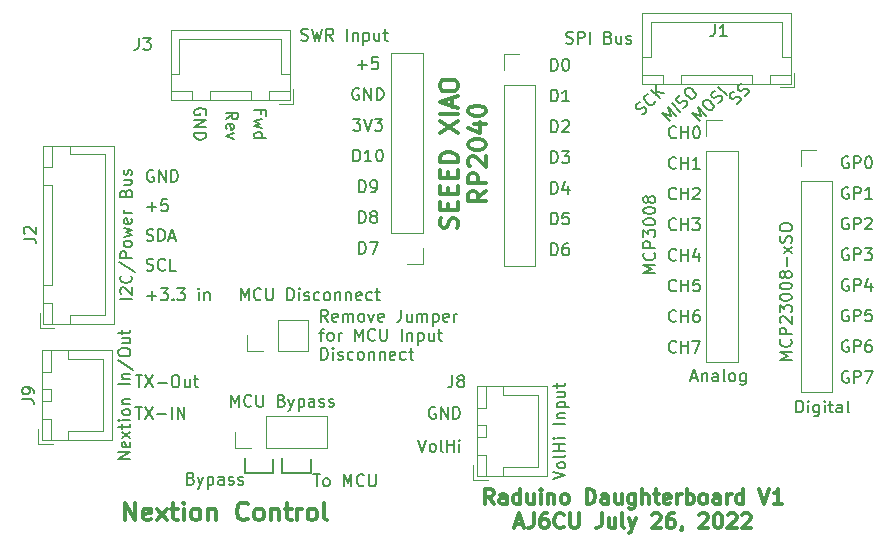
<source format=gbr>
%TF.GenerationSoftware,KiCad,Pcbnew,(6.0.6)*%
%TF.CreationDate,2022-07-29T16:25:05-07:00*%
%TF.ProjectId,ubitx raduino clone daughter board,75626974-7820-4726-9164-75696e6f2063,rev?*%
%TF.SameCoordinates,Original*%
%TF.FileFunction,Legend,Top*%
%TF.FilePolarity,Positive*%
%FSLAX46Y46*%
G04 Gerber Fmt 4.6, Leading zero omitted, Abs format (unit mm)*
G04 Created by KiCad (PCBNEW (6.0.6)) date 2022-07-29 16:25:05*
%MOMM*%
%LPD*%
G01*
G04 APERTURE LIST*
%ADD10C,0.200000*%
%ADD11C,0.150000*%
%ADD12C,0.300000*%
%ADD13C,0.120000*%
G04 APERTURE END LIST*
D10*
X141855000Y-95271500D02*
X139442000Y-95271500D01*
X138680000Y-95271500D02*
X136267000Y-95271500D01*
X139442000Y-94065000D02*
X139442000Y-95208000D01*
X141855000Y-94128500D02*
X141855000Y-95271500D01*
X138680000Y-94128500D02*
X138680000Y-95271500D01*
X136267000Y-94065000D02*
X136267000Y-95208000D01*
X162198904Y-76864380D02*
X162198904Y-75864380D01*
X162437000Y-75864380D01*
X162579857Y-75912000D01*
X162675095Y-76007238D01*
X162722714Y-76102476D01*
X162770333Y-76292952D01*
X162770333Y-76435809D01*
X162722714Y-76626285D01*
X162675095Y-76721523D01*
X162579857Y-76816761D01*
X162437000Y-76864380D01*
X162198904Y-76864380D01*
X163627476Y-75864380D02*
X163437000Y-75864380D01*
X163341761Y-75912000D01*
X163294142Y-75959619D01*
X163198904Y-76102476D01*
X163151285Y-76292952D01*
X163151285Y-76673904D01*
X163198904Y-76769142D01*
X163246523Y-76816761D01*
X163341761Y-76864380D01*
X163532238Y-76864380D01*
X163627476Y-76816761D01*
X163675095Y-76769142D01*
X163722714Y-76673904D01*
X163722714Y-76435809D01*
X163675095Y-76340571D01*
X163627476Y-76292952D01*
X163532238Y-76245333D01*
X163341761Y-76245333D01*
X163246523Y-76292952D01*
X163198904Y-76340571D01*
X163151285Y-76435809D01*
D11*
X127020142Y-87040380D02*
X127591571Y-87040380D01*
X127305857Y-88040380D02*
X127305857Y-87040380D01*
X127829666Y-87040380D02*
X128496333Y-88040380D01*
X128496333Y-87040380D02*
X127829666Y-88040380D01*
X128877285Y-87659428D02*
X129639190Y-87659428D01*
X130305857Y-87040380D02*
X130496333Y-87040380D01*
X130591571Y-87088000D01*
X130686809Y-87183238D01*
X130734428Y-87373714D01*
X130734428Y-87707047D01*
X130686809Y-87897523D01*
X130591571Y-87992761D01*
X130496333Y-88040380D01*
X130305857Y-88040380D01*
X130210619Y-87992761D01*
X130115380Y-87897523D01*
X130067761Y-87707047D01*
X130067761Y-87373714D01*
X130115380Y-87183238D01*
X130210619Y-87088000D01*
X130305857Y-87040380D01*
X131591571Y-87373714D02*
X131591571Y-88040380D01*
X131163000Y-87373714D02*
X131163000Y-87897523D01*
X131210619Y-87992761D01*
X131305857Y-88040380D01*
X131448714Y-88040380D01*
X131543952Y-87992761D01*
X131591571Y-87945142D01*
X131924904Y-87373714D02*
X132305857Y-87373714D01*
X132067761Y-87040380D02*
X132067761Y-87897523D01*
X132115380Y-87992761D01*
X132210619Y-88040380D01*
X132305857Y-88040380D01*
D10*
X145942904Y-74133880D02*
X145942904Y-73133880D01*
X146181000Y-73133880D01*
X146323857Y-73181500D01*
X146419095Y-73276738D01*
X146466714Y-73371976D01*
X146514333Y-73562452D01*
X146514333Y-73705309D01*
X146466714Y-73895785D01*
X146419095Y-73991023D01*
X146323857Y-74086261D01*
X146181000Y-74133880D01*
X145942904Y-74133880D01*
X147085761Y-73562452D02*
X146990523Y-73514833D01*
X146942904Y-73467214D01*
X146895285Y-73371976D01*
X146895285Y-73324357D01*
X146942904Y-73229119D01*
X146990523Y-73181500D01*
X147085761Y-73133880D01*
X147276238Y-73133880D01*
X147371476Y-73181500D01*
X147419095Y-73229119D01*
X147466714Y-73324357D01*
X147466714Y-73371976D01*
X147419095Y-73467214D01*
X147371476Y-73514833D01*
X147276238Y-73562452D01*
X147085761Y-73562452D01*
X146990523Y-73610071D01*
X146942904Y-73657690D01*
X146895285Y-73752928D01*
X146895285Y-73943404D01*
X146942904Y-74038642D01*
X146990523Y-74086261D01*
X147085761Y-74133880D01*
X147276238Y-74133880D01*
X147371476Y-74086261D01*
X147419095Y-74038642D01*
X147466714Y-73943404D01*
X147466714Y-73752928D01*
X147419095Y-73657690D01*
X147371476Y-73610071D01*
X147276238Y-73562452D01*
X145823857Y-60735428D02*
X146585761Y-60735428D01*
X146204809Y-61116380D02*
X146204809Y-60354476D01*
X147538142Y-60116380D02*
X147061952Y-60116380D01*
X147014333Y-60592571D01*
X147061952Y-60544952D01*
X147157190Y-60497333D01*
X147395285Y-60497333D01*
X147490523Y-60544952D01*
X147538142Y-60592571D01*
X147585761Y-60687809D01*
X147585761Y-60925904D01*
X147538142Y-61021142D01*
X147490523Y-61068761D01*
X147395285Y-61116380D01*
X147157190Y-61116380D01*
X147061952Y-61068761D01*
X147014333Y-61021142D01*
X187368714Y-81518140D02*
X187273476Y-81470520D01*
X187130619Y-81470520D01*
X186987761Y-81518140D01*
X186892523Y-81613378D01*
X186844904Y-81708616D01*
X186797285Y-81899092D01*
X186797285Y-82041949D01*
X186844904Y-82232425D01*
X186892523Y-82327663D01*
X186987761Y-82422901D01*
X187130619Y-82470520D01*
X187225857Y-82470520D01*
X187368714Y-82422901D01*
X187416333Y-82375282D01*
X187416333Y-82041949D01*
X187225857Y-82041949D01*
X187844904Y-82470520D02*
X187844904Y-81470520D01*
X188225857Y-81470520D01*
X188321095Y-81518140D01*
X188368714Y-81565759D01*
X188416333Y-81660997D01*
X188416333Y-81803854D01*
X188368714Y-81899092D01*
X188321095Y-81946711D01*
X188225857Y-81994330D01*
X187844904Y-81994330D01*
X189321095Y-81470520D02*
X188844904Y-81470520D01*
X188797285Y-81946711D01*
X188844904Y-81899092D01*
X188940142Y-81851473D01*
X189178238Y-81851473D01*
X189273476Y-81899092D01*
X189321095Y-81946711D01*
X189368714Y-82041949D01*
X189368714Y-82280044D01*
X189321095Y-82375282D01*
X189273476Y-82422901D01*
X189178238Y-82470520D01*
X188940142Y-82470520D01*
X188844904Y-82422901D01*
X188797285Y-82375282D01*
X145942904Y-71530380D02*
X145942904Y-70530380D01*
X146181000Y-70530380D01*
X146323857Y-70578000D01*
X146419095Y-70673238D01*
X146466714Y-70768476D01*
X146514333Y-70958952D01*
X146514333Y-71101809D01*
X146466714Y-71292285D01*
X146419095Y-71387523D01*
X146323857Y-71482761D01*
X146181000Y-71530380D01*
X145942904Y-71530380D01*
X146990523Y-71530380D02*
X147181000Y-71530380D01*
X147276238Y-71482761D01*
X147323857Y-71435142D01*
X147419095Y-71292285D01*
X147466714Y-71101809D01*
X147466714Y-70720857D01*
X147419095Y-70625619D01*
X147371476Y-70578000D01*
X147276238Y-70530380D01*
X147085761Y-70530380D01*
X146990523Y-70578000D01*
X146942904Y-70625619D01*
X146895285Y-70720857D01*
X146895285Y-70958952D01*
X146942904Y-71054190D01*
X146990523Y-71101809D01*
X147085761Y-71149428D01*
X147276238Y-71149428D01*
X147371476Y-71101809D01*
X147419095Y-71054190D01*
X147466714Y-70958952D01*
X128520095Y-69689000D02*
X128424857Y-69641380D01*
X128282000Y-69641380D01*
X128139142Y-69689000D01*
X128043904Y-69784238D01*
X127996285Y-69879476D01*
X127948666Y-70069952D01*
X127948666Y-70212809D01*
X127996285Y-70403285D01*
X128043904Y-70498523D01*
X128139142Y-70593761D01*
X128282000Y-70641380D01*
X128377238Y-70641380D01*
X128520095Y-70593761D01*
X128567714Y-70546142D01*
X128567714Y-70212809D01*
X128377238Y-70212809D01*
X128996285Y-70641380D02*
X128996285Y-69641380D01*
X129567714Y-70641380D01*
X129567714Y-69641380D01*
X130043904Y-70641380D02*
X130043904Y-69641380D01*
X130282000Y-69641380D01*
X130424857Y-69689000D01*
X130520095Y-69784238D01*
X130567714Y-69879476D01*
X130615333Y-70069952D01*
X130615333Y-70212809D01*
X130567714Y-70403285D01*
X130520095Y-70498523D01*
X130424857Y-70593761D01*
X130282000Y-70641380D01*
X130043904Y-70641380D01*
X127996286Y-72768678D02*
X128758190Y-72768678D01*
X128377238Y-73149630D02*
X128377238Y-72387726D01*
X129710571Y-72149630D02*
X129234381Y-72149630D01*
X129186762Y-72625821D01*
X129234381Y-72578202D01*
X129329619Y-72530583D01*
X129567714Y-72530583D01*
X129662952Y-72578202D01*
X129710571Y-72625821D01*
X129758190Y-72721059D01*
X129758190Y-72959154D01*
X129710571Y-73054392D01*
X129662952Y-73102011D01*
X129567714Y-73149630D01*
X129329619Y-73149630D01*
X129234381Y-73102011D01*
X129186762Y-73054392D01*
D11*
X174845713Y-65524049D02*
X174138607Y-64816942D01*
X174879385Y-65086316D01*
X174610011Y-64345538D01*
X175317118Y-65052644D01*
X175081416Y-63874133D02*
X175216103Y-63739446D01*
X175317118Y-63705774D01*
X175451805Y-63705774D01*
X175620164Y-63806790D01*
X175855866Y-64042492D01*
X175956881Y-64210851D01*
X175956881Y-64345538D01*
X175923209Y-64446553D01*
X175788522Y-64581240D01*
X175687507Y-64614912D01*
X175552820Y-64614912D01*
X175384461Y-64513896D01*
X175148759Y-64278194D01*
X175047744Y-64109835D01*
X175047744Y-63975148D01*
X175081416Y-63874133D01*
X176327270Y-63975148D02*
X176461957Y-63907805D01*
X176630316Y-63739446D01*
X176663988Y-63638431D01*
X176663988Y-63571087D01*
X176630316Y-63470072D01*
X176562973Y-63402729D01*
X176461957Y-63369057D01*
X176394614Y-63369057D01*
X176293599Y-63402729D01*
X176125240Y-63503744D01*
X176024225Y-63537416D01*
X175956881Y-63537416D01*
X175855866Y-63503744D01*
X175788522Y-63436400D01*
X175754851Y-63335385D01*
X175754851Y-63268042D01*
X175788522Y-63167026D01*
X175956881Y-62998668D01*
X176091568Y-62931324D01*
X177068049Y-63301713D02*
X176360942Y-62594607D01*
D10*
X187368714Y-68546000D02*
X187273476Y-68498380D01*
X187130619Y-68498380D01*
X186987761Y-68546000D01*
X186892523Y-68641238D01*
X186844904Y-68736476D01*
X186797285Y-68926952D01*
X186797285Y-69069809D01*
X186844904Y-69260285D01*
X186892523Y-69355523D01*
X186987761Y-69450761D01*
X187130619Y-69498380D01*
X187225857Y-69498380D01*
X187368714Y-69450761D01*
X187416333Y-69403142D01*
X187416333Y-69069809D01*
X187225857Y-69069809D01*
X187844904Y-69498380D02*
X187844904Y-68498380D01*
X188225857Y-68498380D01*
X188321095Y-68546000D01*
X188368714Y-68593619D01*
X188416333Y-68688857D01*
X188416333Y-68831714D01*
X188368714Y-68926952D01*
X188321095Y-68974571D01*
X188225857Y-69022190D01*
X187844904Y-69022190D01*
X189035380Y-68498380D02*
X189130619Y-68498380D01*
X189225857Y-68546000D01*
X189273476Y-68593619D01*
X189321095Y-68688857D01*
X189368714Y-68879333D01*
X189368714Y-69117428D01*
X189321095Y-69307904D01*
X189273476Y-69403142D01*
X189225857Y-69450761D01*
X189130619Y-69498380D01*
X189035380Y-69498380D01*
X188940142Y-69450761D01*
X188892523Y-69403142D01*
X188844904Y-69307904D01*
X188797285Y-69117428D01*
X188797285Y-68879333D01*
X188844904Y-68688857D01*
X188892523Y-68593619D01*
X188940142Y-68546000D01*
X189035380Y-68498380D01*
X145919095Y-62767500D02*
X145823857Y-62719880D01*
X145681000Y-62719880D01*
X145538142Y-62767500D01*
X145442904Y-62862738D01*
X145395285Y-62957976D01*
X145347666Y-63148452D01*
X145347666Y-63291309D01*
X145395285Y-63481785D01*
X145442904Y-63577023D01*
X145538142Y-63672261D01*
X145681000Y-63719880D01*
X145776238Y-63719880D01*
X145919095Y-63672261D01*
X145966714Y-63624642D01*
X145966714Y-63291309D01*
X145776238Y-63291309D01*
X146395285Y-63719880D02*
X146395285Y-62719880D01*
X146966714Y-63719880D01*
X146966714Y-62719880D01*
X147442904Y-63719880D02*
X147442904Y-62719880D01*
X147681000Y-62719880D01*
X147823857Y-62767500D01*
X147919095Y-62862738D01*
X147966714Y-62957976D01*
X148014333Y-63148452D01*
X148014333Y-63291309D01*
X147966714Y-63481785D01*
X147919095Y-63577023D01*
X147823857Y-63672261D01*
X147681000Y-63719880D01*
X147442904Y-63719880D01*
X131703190Y-95771571D02*
X131846047Y-95819190D01*
X131893666Y-95866809D01*
X131941285Y-95962047D01*
X131941285Y-96104904D01*
X131893666Y-96200142D01*
X131846047Y-96247761D01*
X131750809Y-96295380D01*
X131369857Y-96295380D01*
X131369857Y-95295380D01*
X131703190Y-95295380D01*
X131798428Y-95343000D01*
X131846047Y-95390619D01*
X131893666Y-95485857D01*
X131893666Y-95581095D01*
X131846047Y-95676333D01*
X131798428Y-95723952D01*
X131703190Y-95771571D01*
X131369857Y-95771571D01*
X132274619Y-95628714D02*
X132512714Y-96295380D01*
X132750809Y-95628714D02*
X132512714Y-96295380D01*
X132417476Y-96533476D01*
X132369857Y-96581095D01*
X132274619Y-96628714D01*
X133131761Y-95628714D02*
X133131761Y-96628714D01*
X133131761Y-95676333D02*
X133227000Y-95628714D01*
X133417476Y-95628714D01*
X133512714Y-95676333D01*
X133560333Y-95723952D01*
X133607952Y-95819190D01*
X133607952Y-96104904D01*
X133560333Y-96200142D01*
X133512714Y-96247761D01*
X133417476Y-96295380D01*
X133227000Y-96295380D01*
X133131761Y-96247761D01*
X134465095Y-96295380D02*
X134465095Y-95771571D01*
X134417476Y-95676333D01*
X134322238Y-95628714D01*
X134131761Y-95628714D01*
X134036523Y-95676333D01*
X134465095Y-96247761D02*
X134369857Y-96295380D01*
X134131761Y-96295380D01*
X134036523Y-96247761D01*
X133988904Y-96152523D01*
X133988904Y-96057285D01*
X134036523Y-95962047D01*
X134131761Y-95914428D01*
X134369857Y-95914428D01*
X134465095Y-95866809D01*
X134893666Y-96247761D02*
X134988904Y-96295380D01*
X135179380Y-96295380D01*
X135274619Y-96247761D01*
X135322238Y-96152523D01*
X135322238Y-96104904D01*
X135274619Y-96009666D01*
X135179380Y-95962047D01*
X135036523Y-95962047D01*
X134941285Y-95914428D01*
X134893666Y-95819190D01*
X134893666Y-95771571D01*
X134941285Y-95676333D01*
X135036523Y-95628714D01*
X135179380Y-95628714D01*
X135274619Y-95676333D01*
X135703190Y-96247761D02*
X135798428Y-96295380D01*
X135988904Y-96295380D01*
X136084142Y-96247761D01*
X136131761Y-96152523D01*
X136131761Y-96104904D01*
X136084142Y-96009666D01*
X135988904Y-95962047D01*
X135846047Y-95962047D01*
X135750809Y-95914428D01*
X135703190Y-95819190D01*
X135703190Y-95771571D01*
X135750809Y-95676333D01*
X135846047Y-95628714D01*
X135988904Y-95628714D01*
X136084142Y-95676333D01*
X187368714Y-84112568D02*
X187273476Y-84064948D01*
X187130619Y-84064948D01*
X186987761Y-84112568D01*
X186892523Y-84207806D01*
X186844904Y-84303044D01*
X186797285Y-84493520D01*
X186797285Y-84636377D01*
X186844904Y-84826853D01*
X186892523Y-84922091D01*
X186987761Y-85017329D01*
X187130619Y-85064948D01*
X187225857Y-85064948D01*
X187368714Y-85017329D01*
X187416333Y-84969710D01*
X187416333Y-84636377D01*
X187225857Y-84636377D01*
X187844904Y-85064948D02*
X187844904Y-84064948D01*
X188225857Y-84064948D01*
X188321095Y-84112568D01*
X188368714Y-84160187D01*
X188416333Y-84255425D01*
X188416333Y-84398282D01*
X188368714Y-84493520D01*
X188321095Y-84541139D01*
X188225857Y-84588758D01*
X187844904Y-84588758D01*
X189273476Y-84064948D02*
X189083000Y-84064948D01*
X188987761Y-84112568D01*
X188940142Y-84160187D01*
X188844904Y-84303044D01*
X188797285Y-84493520D01*
X188797285Y-84874472D01*
X188844904Y-84969710D01*
X188892523Y-85017329D01*
X188987761Y-85064948D01*
X189178238Y-85064948D01*
X189273476Y-85017329D01*
X189321095Y-84969710D01*
X189368714Y-84874472D01*
X189368714Y-84636377D01*
X189321095Y-84541139D01*
X189273476Y-84493520D01*
X189178238Y-84445901D01*
X188987761Y-84445901D01*
X188892523Y-84493520D01*
X188844904Y-84541139D01*
X188797285Y-84636377D01*
X145466714Y-68926880D02*
X145466714Y-67926880D01*
X145704809Y-67926880D01*
X145847666Y-67974500D01*
X145942904Y-68069738D01*
X145990523Y-68164976D01*
X146038142Y-68355452D01*
X146038142Y-68498309D01*
X145990523Y-68688785D01*
X145942904Y-68784023D01*
X145847666Y-68879261D01*
X145704809Y-68926880D01*
X145466714Y-68926880D01*
X146990523Y-68926880D02*
X146419095Y-68926880D01*
X146704809Y-68926880D02*
X146704809Y-67926880D01*
X146609571Y-68069738D01*
X146514333Y-68164976D01*
X146419095Y-68212595D01*
X147609571Y-67926880D02*
X147704809Y-67926880D01*
X147800047Y-67974500D01*
X147847666Y-68022119D01*
X147895285Y-68117357D01*
X147942904Y-68307833D01*
X147942904Y-68545928D01*
X147895285Y-68736404D01*
X147847666Y-68831642D01*
X147800047Y-68879261D01*
X147704809Y-68926880D01*
X147609571Y-68926880D01*
X147514333Y-68879261D01*
X147466714Y-68831642D01*
X147419095Y-68736404D01*
X147371476Y-68545928D01*
X147371476Y-68307833D01*
X147419095Y-68117357D01*
X147466714Y-68022119D01*
X147514333Y-67974500D01*
X147609571Y-67926880D01*
X145942904Y-76737380D02*
X145942904Y-75737380D01*
X146181000Y-75737380D01*
X146323857Y-75785000D01*
X146419095Y-75880238D01*
X146466714Y-75975476D01*
X146514333Y-76165952D01*
X146514333Y-76308809D01*
X146466714Y-76499285D01*
X146419095Y-76594523D01*
X146323857Y-76689761D01*
X146181000Y-76737380D01*
X145942904Y-76737380D01*
X146847666Y-75737380D02*
X147514333Y-75737380D01*
X147085761Y-76737380D01*
X187368714Y-76329284D02*
X187273476Y-76281664D01*
X187130619Y-76281664D01*
X186987761Y-76329284D01*
X186892523Y-76424522D01*
X186844904Y-76519760D01*
X186797285Y-76710236D01*
X186797285Y-76853093D01*
X186844904Y-77043569D01*
X186892523Y-77138807D01*
X186987761Y-77234045D01*
X187130619Y-77281664D01*
X187225857Y-77281664D01*
X187368714Y-77234045D01*
X187416333Y-77186426D01*
X187416333Y-76853093D01*
X187225857Y-76853093D01*
X187844904Y-77281664D02*
X187844904Y-76281664D01*
X188225857Y-76281664D01*
X188321095Y-76329284D01*
X188368714Y-76376903D01*
X188416333Y-76472141D01*
X188416333Y-76614998D01*
X188368714Y-76710236D01*
X188321095Y-76757855D01*
X188225857Y-76805474D01*
X187844904Y-76805474D01*
X188749666Y-76281664D02*
X189368714Y-76281664D01*
X189035380Y-76662617D01*
X189178238Y-76662617D01*
X189273476Y-76710236D01*
X189321095Y-76757855D01*
X189368714Y-76853093D01*
X189368714Y-77091188D01*
X189321095Y-77186426D01*
X189273476Y-77234045D01*
X189178238Y-77281664D01*
X188892523Y-77281664D01*
X188797285Y-77234045D01*
X188749666Y-77186426D01*
X127948666Y-78118511D02*
X128091523Y-78166130D01*
X128329619Y-78166130D01*
X128424857Y-78118511D01*
X128472476Y-78070892D01*
X128520095Y-77975654D01*
X128520095Y-77880416D01*
X128472476Y-77785178D01*
X128424857Y-77737559D01*
X128329619Y-77689940D01*
X128139143Y-77642321D01*
X128043904Y-77594702D01*
X127996285Y-77547083D01*
X127948666Y-77451845D01*
X127948666Y-77356607D01*
X127996285Y-77261369D01*
X128043904Y-77213750D01*
X128139143Y-77166130D01*
X128377238Y-77166130D01*
X128520095Y-77213750D01*
X129520095Y-78070892D02*
X129472476Y-78118511D01*
X129329619Y-78166130D01*
X129234381Y-78166130D01*
X129091523Y-78118511D01*
X128996285Y-78023273D01*
X128948666Y-77928035D01*
X128901047Y-77737559D01*
X128901047Y-77594702D01*
X128948666Y-77404226D01*
X128996285Y-77308988D01*
X129091523Y-77213750D01*
X129234381Y-77166130D01*
X129329619Y-77166130D01*
X129472476Y-77213750D01*
X129520095Y-77261369D01*
X130424857Y-78166130D02*
X129948666Y-78166130D01*
X129948666Y-77166130D01*
D11*
X172305713Y-65524049D02*
X171598607Y-64816942D01*
X172339385Y-65086316D01*
X172070011Y-64345538D01*
X172777118Y-65052644D01*
X173113835Y-64715927D02*
X172406729Y-64008820D01*
X173383209Y-64379209D02*
X173517896Y-64311866D01*
X173686255Y-64143507D01*
X173719927Y-64042492D01*
X173719927Y-63975148D01*
X173686255Y-63874133D01*
X173618912Y-63806790D01*
X173517896Y-63773118D01*
X173450553Y-63773118D01*
X173349538Y-63806790D01*
X173181179Y-63907805D01*
X173080164Y-63941477D01*
X173012820Y-63941477D01*
X172911805Y-63907805D01*
X172844461Y-63840461D01*
X172810790Y-63739446D01*
X172810790Y-63672103D01*
X172844461Y-63571087D01*
X173012820Y-63402729D01*
X173147507Y-63335385D01*
X173551568Y-62863981D02*
X173686255Y-62729294D01*
X173787270Y-62695622D01*
X173921957Y-62695622D01*
X174090316Y-62796637D01*
X174326018Y-63032339D01*
X174427034Y-63200698D01*
X174427034Y-63335385D01*
X174393362Y-63436400D01*
X174258675Y-63571087D01*
X174157660Y-63604759D01*
X174022973Y-63604759D01*
X173854614Y-63503744D01*
X173618912Y-63268042D01*
X173517896Y-63099683D01*
X173517896Y-62964996D01*
X173551568Y-62863981D01*
X152396047Y-89755000D02*
X152300809Y-89707380D01*
X152157952Y-89707380D01*
X152015094Y-89755000D01*
X151919856Y-89850238D01*
X151872237Y-89945476D01*
X151824618Y-90135952D01*
X151824618Y-90278809D01*
X151872237Y-90469285D01*
X151919856Y-90564523D01*
X152015094Y-90659761D01*
X152157952Y-90707380D01*
X152253190Y-90707380D01*
X152396047Y-90659761D01*
X152443666Y-90612142D01*
X152443666Y-90278809D01*
X152253190Y-90278809D01*
X152872237Y-90707380D02*
X152872237Y-89707380D01*
X153443666Y-90707380D01*
X153443666Y-89707380D01*
X153919856Y-90707380D02*
X153919856Y-89707380D01*
X154157952Y-89707380D01*
X154300809Y-89755000D01*
X154396047Y-89850238D01*
X154443666Y-89945476D01*
X154491285Y-90135952D01*
X154491285Y-90278809D01*
X154443666Y-90469285D01*
X154396047Y-90564523D01*
X154300809Y-90659761D01*
X154157952Y-90707380D01*
X153919856Y-90707380D01*
D10*
X172787523Y-79835282D02*
X172739904Y-79882901D01*
X172597047Y-79930520D01*
X172501809Y-79930520D01*
X172358952Y-79882901D01*
X172263714Y-79787663D01*
X172216095Y-79692425D01*
X172168476Y-79501949D01*
X172168476Y-79359092D01*
X172216095Y-79168616D01*
X172263714Y-79073378D01*
X172358952Y-78978140D01*
X172501809Y-78930520D01*
X172597047Y-78930520D01*
X172739904Y-78978140D01*
X172787523Y-79025759D01*
X173216095Y-79930520D02*
X173216095Y-78930520D01*
X173216095Y-79406711D02*
X173787523Y-79406711D01*
X173787523Y-79930520D02*
X173787523Y-78930520D01*
X174739904Y-78930520D02*
X174263714Y-78930520D01*
X174216095Y-79406711D01*
X174263714Y-79359092D01*
X174358952Y-79311473D01*
X174597047Y-79311473D01*
X174692285Y-79359092D01*
X174739904Y-79406711D01*
X174787523Y-79501949D01*
X174787523Y-79740044D01*
X174739904Y-79835282D01*
X174692285Y-79882901D01*
X174597047Y-79930520D01*
X174358952Y-79930520D01*
X174263714Y-79882901D01*
X174216095Y-79835282D01*
D12*
X157336904Y-97935173D02*
X156913571Y-97330411D01*
X156611190Y-97935173D02*
X156611190Y-96665173D01*
X157095000Y-96665173D01*
X157215952Y-96725650D01*
X157276428Y-96786126D01*
X157336904Y-96907078D01*
X157336904Y-97088507D01*
X157276428Y-97209459D01*
X157215952Y-97269935D01*
X157095000Y-97330411D01*
X156611190Y-97330411D01*
X158425476Y-97935173D02*
X158425476Y-97269935D01*
X158365000Y-97148983D01*
X158244047Y-97088507D01*
X158002142Y-97088507D01*
X157881190Y-97148983D01*
X158425476Y-97874697D02*
X158304523Y-97935173D01*
X158002142Y-97935173D01*
X157881190Y-97874697D01*
X157820714Y-97753745D01*
X157820714Y-97632792D01*
X157881190Y-97511840D01*
X158002142Y-97451364D01*
X158304523Y-97451364D01*
X158425476Y-97390888D01*
X159574523Y-97935173D02*
X159574523Y-96665173D01*
X159574523Y-97874697D02*
X159453571Y-97935173D01*
X159211666Y-97935173D01*
X159090714Y-97874697D01*
X159030238Y-97814221D01*
X158969761Y-97693269D01*
X158969761Y-97330411D01*
X159030238Y-97209459D01*
X159090714Y-97148983D01*
X159211666Y-97088507D01*
X159453571Y-97088507D01*
X159574523Y-97148983D01*
X160723571Y-97088507D02*
X160723571Y-97935173D01*
X160179285Y-97088507D02*
X160179285Y-97753745D01*
X160239761Y-97874697D01*
X160360714Y-97935173D01*
X160542142Y-97935173D01*
X160663095Y-97874697D01*
X160723571Y-97814221D01*
X161328333Y-97935173D02*
X161328333Y-97088507D01*
X161328333Y-96665173D02*
X161267857Y-96725650D01*
X161328333Y-96786126D01*
X161388809Y-96725650D01*
X161328333Y-96665173D01*
X161328333Y-96786126D01*
X161933095Y-97088507D02*
X161933095Y-97935173D01*
X161933095Y-97209459D02*
X161993571Y-97148983D01*
X162114523Y-97088507D01*
X162295952Y-97088507D01*
X162416904Y-97148983D01*
X162477380Y-97269935D01*
X162477380Y-97935173D01*
X163263571Y-97935173D02*
X163142619Y-97874697D01*
X163082142Y-97814221D01*
X163021666Y-97693269D01*
X163021666Y-97330411D01*
X163082142Y-97209459D01*
X163142619Y-97148983D01*
X163263571Y-97088507D01*
X163445000Y-97088507D01*
X163565952Y-97148983D01*
X163626428Y-97209459D01*
X163686904Y-97330411D01*
X163686904Y-97693269D01*
X163626428Y-97814221D01*
X163565952Y-97874697D01*
X163445000Y-97935173D01*
X163263571Y-97935173D01*
X165198809Y-97935173D02*
X165198809Y-96665173D01*
X165501190Y-96665173D01*
X165682619Y-96725650D01*
X165803571Y-96846602D01*
X165864047Y-96967554D01*
X165924523Y-97209459D01*
X165924523Y-97390888D01*
X165864047Y-97632792D01*
X165803571Y-97753745D01*
X165682619Y-97874697D01*
X165501190Y-97935173D01*
X165198809Y-97935173D01*
X167013095Y-97935173D02*
X167013095Y-97269935D01*
X166952619Y-97148983D01*
X166831666Y-97088507D01*
X166589761Y-97088507D01*
X166468809Y-97148983D01*
X167013095Y-97874697D02*
X166892142Y-97935173D01*
X166589761Y-97935173D01*
X166468809Y-97874697D01*
X166408333Y-97753745D01*
X166408333Y-97632792D01*
X166468809Y-97511840D01*
X166589761Y-97451364D01*
X166892142Y-97451364D01*
X167013095Y-97390888D01*
X168162142Y-97088507D02*
X168162142Y-97935173D01*
X167617857Y-97088507D02*
X167617857Y-97753745D01*
X167678333Y-97874697D01*
X167799285Y-97935173D01*
X167980714Y-97935173D01*
X168101666Y-97874697D01*
X168162142Y-97814221D01*
X169311190Y-97088507D02*
X169311190Y-98116602D01*
X169250714Y-98237554D01*
X169190238Y-98298030D01*
X169069285Y-98358507D01*
X168887857Y-98358507D01*
X168766904Y-98298030D01*
X169311190Y-97874697D02*
X169190238Y-97935173D01*
X168948333Y-97935173D01*
X168827380Y-97874697D01*
X168766904Y-97814221D01*
X168706428Y-97693269D01*
X168706428Y-97330411D01*
X168766904Y-97209459D01*
X168827380Y-97148983D01*
X168948333Y-97088507D01*
X169190238Y-97088507D01*
X169311190Y-97148983D01*
X169915952Y-97935173D02*
X169915952Y-96665173D01*
X170460238Y-97935173D02*
X170460238Y-97269935D01*
X170399761Y-97148983D01*
X170278809Y-97088507D01*
X170097380Y-97088507D01*
X169976428Y-97148983D01*
X169915952Y-97209459D01*
X170883571Y-97088507D02*
X171367380Y-97088507D01*
X171065000Y-96665173D02*
X171065000Y-97753745D01*
X171125476Y-97874697D01*
X171246428Y-97935173D01*
X171367380Y-97935173D01*
X172274523Y-97874697D02*
X172153571Y-97935173D01*
X171911666Y-97935173D01*
X171790714Y-97874697D01*
X171730238Y-97753745D01*
X171730238Y-97269935D01*
X171790714Y-97148983D01*
X171911666Y-97088507D01*
X172153571Y-97088507D01*
X172274523Y-97148983D01*
X172335000Y-97269935D01*
X172335000Y-97390888D01*
X171730238Y-97511840D01*
X172879285Y-97935173D02*
X172879285Y-97088507D01*
X172879285Y-97330411D02*
X172939761Y-97209459D01*
X173000238Y-97148983D01*
X173121190Y-97088507D01*
X173242142Y-97088507D01*
X173665476Y-97935173D02*
X173665476Y-96665173D01*
X173665476Y-97148983D02*
X173786428Y-97088507D01*
X174028333Y-97088507D01*
X174149285Y-97148983D01*
X174209761Y-97209459D01*
X174270238Y-97330411D01*
X174270238Y-97693269D01*
X174209761Y-97814221D01*
X174149285Y-97874697D01*
X174028333Y-97935173D01*
X173786428Y-97935173D01*
X173665476Y-97874697D01*
X174995952Y-97935173D02*
X174875000Y-97874697D01*
X174814523Y-97814221D01*
X174754047Y-97693269D01*
X174754047Y-97330411D01*
X174814523Y-97209459D01*
X174875000Y-97148983D01*
X174995952Y-97088507D01*
X175177380Y-97088507D01*
X175298333Y-97148983D01*
X175358809Y-97209459D01*
X175419285Y-97330411D01*
X175419285Y-97693269D01*
X175358809Y-97814221D01*
X175298333Y-97874697D01*
X175177380Y-97935173D01*
X174995952Y-97935173D01*
X176507857Y-97935173D02*
X176507857Y-97269935D01*
X176447380Y-97148983D01*
X176326428Y-97088507D01*
X176084523Y-97088507D01*
X175963571Y-97148983D01*
X176507857Y-97874697D02*
X176386904Y-97935173D01*
X176084523Y-97935173D01*
X175963571Y-97874697D01*
X175903095Y-97753745D01*
X175903095Y-97632792D01*
X175963571Y-97511840D01*
X176084523Y-97451364D01*
X176386904Y-97451364D01*
X176507857Y-97390888D01*
X177112619Y-97935173D02*
X177112619Y-97088507D01*
X177112619Y-97330411D02*
X177173095Y-97209459D01*
X177233571Y-97148983D01*
X177354523Y-97088507D01*
X177475476Y-97088507D01*
X178443095Y-97935173D02*
X178443095Y-96665173D01*
X178443095Y-97874697D02*
X178322142Y-97935173D01*
X178080238Y-97935173D01*
X177959285Y-97874697D01*
X177898809Y-97814221D01*
X177838333Y-97693269D01*
X177838333Y-97330411D01*
X177898809Y-97209459D01*
X177959285Y-97148983D01*
X178080238Y-97088507D01*
X178322142Y-97088507D01*
X178443095Y-97148983D01*
X179834047Y-96665173D02*
X180257380Y-97935173D01*
X180680714Y-96665173D01*
X181769285Y-97935173D02*
X181043571Y-97935173D01*
X181406428Y-97935173D02*
X181406428Y-96665173D01*
X181285476Y-96846602D01*
X181164523Y-96967554D01*
X181043571Y-97028030D01*
X159211666Y-99617016D02*
X159816428Y-99617016D01*
X159090714Y-99979873D02*
X159514047Y-98709873D01*
X159937380Y-99979873D01*
X160723571Y-98709873D02*
X160723571Y-99617016D01*
X160663095Y-99798445D01*
X160542142Y-99919397D01*
X160360714Y-99979873D01*
X160239761Y-99979873D01*
X161872619Y-98709873D02*
X161630714Y-98709873D01*
X161509761Y-98770350D01*
X161449285Y-98830826D01*
X161328333Y-99012254D01*
X161267857Y-99254159D01*
X161267857Y-99737969D01*
X161328333Y-99858921D01*
X161388809Y-99919397D01*
X161509761Y-99979873D01*
X161751666Y-99979873D01*
X161872619Y-99919397D01*
X161933095Y-99858921D01*
X161993571Y-99737969D01*
X161993571Y-99435588D01*
X161933095Y-99314635D01*
X161872619Y-99254159D01*
X161751666Y-99193683D01*
X161509761Y-99193683D01*
X161388809Y-99254159D01*
X161328333Y-99314635D01*
X161267857Y-99435588D01*
X163263571Y-99858921D02*
X163203095Y-99919397D01*
X163021666Y-99979873D01*
X162900714Y-99979873D01*
X162719285Y-99919397D01*
X162598333Y-99798445D01*
X162537857Y-99677492D01*
X162477380Y-99435588D01*
X162477380Y-99254159D01*
X162537857Y-99012254D01*
X162598333Y-98891302D01*
X162719285Y-98770350D01*
X162900714Y-98709873D01*
X163021666Y-98709873D01*
X163203095Y-98770350D01*
X163263571Y-98830826D01*
X163807857Y-98709873D02*
X163807857Y-99737969D01*
X163868333Y-99858921D01*
X163928809Y-99919397D01*
X164049761Y-99979873D01*
X164291666Y-99979873D01*
X164412619Y-99919397D01*
X164473095Y-99858921D01*
X164533571Y-99737969D01*
X164533571Y-98709873D01*
X166468809Y-98709873D02*
X166468809Y-99617016D01*
X166408333Y-99798445D01*
X166287380Y-99919397D01*
X166105952Y-99979873D01*
X165985000Y-99979873D01*
X167617857Y-99133207D02*
X167617857Y-99979873D01*
X167073571Y-99133207D02*
X167073571Y-99798445D01*
X167134047Y-99919397D01*
X167255000Y-99979873D01*
X167436428Y-99979873D01*
X167557380Y-99919397D01*
X167617857Y-99858921D01*
X168404047Y-99979873D02*
X168283095Y-99919397D01*
X168222619Y-99798445D01*
X168222619Y-98709873D01*
X168766904Y-99133207D02*
X169069285Y-99979873D01*
X169371666Y-99133207D02*
X169069285Y-99979873D01*
X168948333Y-100282254D01*
X168887857Y-100342730D01*
X168766904Y-100403207D01*
X170762619Y-98830826D02*
X170823095Y-98770350D01*
X170944047Y-98709873D01*
X171246428Y-98709873D01*
X171367380Y-98770350D01*
X171427857Y-98830826D01*
X171488333Y-98951778D01*
X171488333Y-99072730D01*
X171427857Y-99254159D01*
X170702142Y-99979873D01*
X171488333Y-99979873D01*
X172576904Y-98709873D02*
X172335000Y-98709873D01*
X172214047Y-98770350D01*
X172153571Y-98830826D01*
X172032619Y-99012254D01*
X171972142Y-99254159D01*
X171972142Y-99737969D01*
X172032619Y-99858921D01*
X172093095Y-99919397D01*
X172214047Y-99979873D01*
X172455952Y-99979873D01*
X172576904Y-99919397D01*
X172637380Y-99858921D01*
X172697857Y-99737969D01*
X172697857Y-99435588D01*
X172637380Y-99314635D01*
X172576904Y-99254159D01*
X172455952Y-99193683D01*
X172214047Y-99193683D01*
X172093095Y-99254159D01*
X172032619Y-99314635D01*
X171972142Y-99435588D01*
X173302619Y-99919397D02*
X173302619Y-99979873D01*
X173242142Y-100100826D01*
X173181666Y-100161302D01*
X174754047Y-98830826D02*
X174814523Y-98770350D01*
X174935476Y-98709873D01*
X175237857Y-98709873D01*
X175358809Y-98770350D01*
X175419285Y-98830826D01*
X175479761Y-98951778D01*
X175479761Y-99072730D01*
X175419285Y-99254159D01*
X174693571Y-99979873D01*
X175479761Y-99979873D01*
X176265952Y-98709873D02*
X176386904Y-98709873D01*
X176507857Y-98770350D01*
X176568333Y-98830826D01*
X176628809Y-98951778D01*
X176689285Y-99193683D01*
X176689285Y-99496064D01*
X176628809Y-99737969D01*
X176568333Y-99858921D01*
X176507857Y-99919397D01*
X176386904Y-99979873D01*
X176265952Y-99979873D01*
X176145000Y-99919397D01*
X176084523Y-99858921D01*
X176024047Y-99737969D01*
X175963571Y-99496064D01*
X175963571Y-99193683D01*
X176024047Y-98951778D01*
X176084523Y-98830826D01*
X176145000Y-98770350D01*
X176265952Y-98709873D01*
X177173095Y-98830826D02*
X177233571Y-98770350D01*
X177354523Y-98709873D01*
X177656904Y-98709873D01*
X177777857Y-98770350D01*
X177838333Y-98830826D01*
X177898809Y-98951778D01*
X177898809Y-99072730D01*
X177838333Y-99254159D01*
X177112619Y-99979873D01*
X177898809Y-99979873D01*
X178382619Y-98830826D02*
X178443095Y-98770350D01*
X178564047Y-98709873D01*
X178866428Y-98709873D01*
X178987380Y-98770350D01*
X179047857Y-98830826D01*
X179108333Y-98951778D01*
X179108333Y-99072730D01*
X179047857Y-99254159D01*
X178322142Y-99979873D01*
X179108333Y-99979873D01*
D10*
X162198904Y-74260880D02*
X162198904Y-73260880D01*
X162437000Y-73260880D01*
X162579857Y-73308500D01*
X162675095Y-73403738D01*
X162722714Y-73498976D01*
X162770333Y-73689452D01*
X162770333Y-73832309D01*
X162722714Y-74022785D01*
X162675095Y-74118023D01*
X162579857Y-74213261D01*
X162437000Y-74260880D01*
X162198904Y-74260880D01*
X163675095Y-73260880D02*
X163198904Y-73260880D01*
X163151285Y-73737071D01*
X163198904Y-73689452D01*
X163294142Y-73641833D01*
X163532238Y-73641833D01*
X163627476Y-73689452D01*
X163675095Y-73737071D01*
X163722714Y-73832309D01*
X163722714Y-74070404D01*
X163675095Y-74165642D01*
X163627476Y-74213261D01*
X163532238Y-74260880D01*
X163294142Y-74260880D01*
X163198904Y-74213261D01*
X163151285Y-74165642D01*
X132957000Y-64982095D02*
X133004619Y-64886857D01*
X133004619Y-64744000D01*
X132957000Y-64601142D01*
X132861761Y-64505904D01*
X132766523Y-64458285D01*
X132576047Y-64410666D01*
X132433190Y-64410666D01*
X132242714Y-64458285D01*
X132147476Y-64505904D01*
X132052238Y-64601142D01*
X132004619Y-64744000D01*
X132004619Y-64839238D01*
X132052238Y-64982095D01*
X132099857Y-65029714D01*
X132433190Y-65029714D01*
X132433190Y-64839238D01*
X132004619Y-65458285D02*
X133004619Y-65458285D01*
X132004619Y-66029714D01*
X133004619Y-66029714D01*
X132004619Y-66505904D02*
X133004619Y-66505904D01*
X133004619Y-66744000D01*
X132957000Y-66886857D01*
X132861761Y-66982095D01*
X132766523Y-67029714D01*
X132576047Y-67077333D01*
X132433190Y-67077333D01*
X132242714Y-67029714D01*
X132147476Y-66982095D01*
X132052238Y-66886857D01*
X132004619Y-66744000D01*
X132004619Y-66505904D01*
X187368714Y-73734856D02*
X187273476Y-73687236D01*
X187130619Y-73687236D01*
X186987761Y-73734856D01*
X186892523Y-73830094D01*
X186844904Y-73925332D01*
X186797285Y-74115808D01*
X186797285Y-74258665D01*
X186844904Y-74449141D01*
X186892523Y-74544379D01*
X186987761Y-74639617D01*
X187130619Y-74687236D01*
X187225857Y-74687236D01*
X187368714Y-74639617D01*
X187416333Y-74591998D01*
X187416333Y-74258665D01*
X187225857Y-74258665D01*
X187844904Y-74687236D02*
X187844904Y-73687236D01*
X188225857Y-73687236D01*
X188321095Y-73734856D01*
X188368714Y-73782475D01*
X188416333Y-73877713D01*
X188416333Y-74020570D01*
X188368714Y-74115808D01*
X188321095Y-74163427D01*
X188225857Y-74211046D01*
X187844904Y-74211046D01*
X188797285Y-73782475D02*
X188844904Y-73734856D01*
X188940142Y-73687236D01*
X189178238Y-73687236D01*
X189273476Y-73734856D01*
X189321095Y-73782475D01*
X189368714Y-73877713D01*
X189368714Y-73972951D01*
X189321095Y-74115808D01*
X188749666Y-74687236D01*
X189368714Y-74687236D01*
X172787523Y-69457570D02*
X172739904Y-69505189D01*
X172597047Y-69552808D01*
X172501809Y-69552808D01*
X172358952Y-69505189D01*
X172263714Y-69409951D01*
X172216095Y-69314713D01*
X172168476Y-69124237D01*
X172168476Y-68981380D01*
X172216095Y-68790904D01*
X172263714Y-68695666D01*
X172358952Y-68600428D01*
X172501809Y-68552808D01*
X172597047Y-68552808D01*
X172739904Y-68600428D01*
X172787523Y-68648047D01*
X173216095Y-69552808D02*
X173216095Y-68552808D01*
X173216095Y-69028999D02*
X173787523Y-69028999D01*
X173787523Y-69552808D02*
X173787523Y-68552808D01*
X174787523Y-69552808D02*
X174216095Y-69552808D01*
X174501809Y-69552808D02*
X174501809Y-68552808D01*
X174406571Y-68695666D01*
X174311333Y-68790904D01*
X174216095Y-68838523D01*
X172787523Y-85024142D02*
X172739904Y-85071761D01*
X172597047Y-85119380D01*
X172501809Y-85119380D01*
X172358952Y-85071761D01*
X172263714Y-84976523D01*
X172216095Y-84881285D01*
X172168476Y-84690809D01*
X172168476Y-84547952D01*
X172216095Y-84357476D01*
X172263714Y-84262238D01*
X172358952Y-84167000D01*
X172501809Y-84119380D01*
X172597047Y-84119380D01*
X172739904Y-84167000D01*
X172787523Y-84214619D01*
X173216095Y-85119380D02*
X173216095Y-84119380D01*
X173216095Y-84595571D02*
X173787523Y-84595571D01*
X173787523Y-85119380D02*
X173787523Y-84119380D01*
X174168476Y-84119380D02*
X174835142Y-84119380D01*
X174406571Y-85119380D01*
X172787523Y-66863142D02*
X172739904Y-66910761D01*
X172597047Y-66958380D01*
X172501809Y-66958380D01*
X172358952Y-66910761D01*
X172263714Y-66815523D01*
X172216095Y-66720285D01*
X172168476Y-66529809D01*
X172168476Y-66386952D01*
X172216095Y-66196476D01*
X172263714Y-66101238D01*
X172358952Y-66006000D01*
X172501809Y-65958380D01*
X172597047Y-65958380D01*
X172739904Y-66006000D01*
X172787523Y-66053619D01*
X173216095Y-66958380D02*
X173216095Y-65958380D01*
X173216095Y-66434571D02*
X173787523Y-66434571D01*
X173787523Y-66958380D02*
X173787523Y-65958380D01*
X174454190Y-65958380D02*
X174549428Y-65958380D01*
X174644666Y-66006000D01*
X174692285Y-66053619D01*
X174739904Y-66148857D01*
X174787523Y-66339333D01*
X174787523Y-66577428D01*
X174739904Y-66767904D01*
X174692285Y-66863142D01*
X174644666Y-66910761D01*
X174549428Y-66958380D01*
X174454190Y-66958380D01*
X174358952Y-66910761D01*
X174311333Y-66863142D01*
X174263714Y-66767904D01*
X174216095Y-66577428D01*
X174216095Y-66339333D01*
X174263714Y-66148857D01*
X174311333Y-66053619D01*
X174358952Y-66006000D01*
X174454190Y-65958380D01*
X162198904Y-71657380D02*
X162198904Y-70657380D01*
X162437000Y-70657380D01*
X162579857Y-70705000D01*
X162675095Y-70800238D01*
X162722714Y-70895476D01*
X162770333Y-71085952D01*
X162770333Y-71228809D01*
X162722714Y-71419285D01*
X162675095Y-71514523D01*
X162579857Y-71609761D01*
X162437000Y-71657380D01*
X162198904Y-71657380D01*
X163627476Y-70990714D02*
X163627476Y-71657380D01*
X163389380Y-70609761D02*
X163151285Y-71324047D01*
X163770333Y-71324047D01*
X145442904Y-65323380D02*
X146061952Y-65323380D01*
X145728619Y-65704333D01*
X145871476Y-65704333D01*
X145966714Y-65751952D01*
X146014333Y-65799571D01*
X146061952Y-65894809D01*
X146061952Y-66132904D01*
X146014333Y-66228142D01*
X145966714Y-66275761D01*
X145871476Y-66323380D01*
X145585761Y-66323380D01*
X145490523Y-66275761D01*
X145442904Y-66228142D01*
X146347666Y-65323380D02*
X146681000Y-66323380D01*
X147014333Y-65323380D01*
X147252428Y-65323380D02*
X147871476Y-65323380D01*
X147538142Y-65704333D01*
X147681000Y-65704333D01*
X147776238Y-65751952D01*
X147823857Y-65799571D01*
X147871476Y-65894809D01*
X147871476Y-66132904D01*
X147823857Y-66228142D01*
X147776238Y-66275761D01*
X147681000Y-66323380D01*
X147395285Y-66323380D01*
X147300047Y-66275761D01*
X147252428Y-66228142D01*
X127948667Y-75610261D02*
X128091524Y-75657880D01*
X128329619Y-75657880D01*
X128424857Y-75610261D01*
X128472476Y-75562642D01*
X128520095Y-75467404D01*
X128520095Y-75372166D01*
X128472476Y-75276928D01*
X128424857Y-75229309D01*
X128329619Y-75181690D01*
X128139143Y-75134071D01*
X128043905Y-75086452D01*
X127996286Y-75038833D01*
X127948667Y-74943595D01*
X127948667Y-74848357D01*
X127996286Y-74753119D01*
X128043905Y-74705500D01*
X128139143Y-74657880D01*
X128377238Y-74657880D01*
X128520095Y-74705500D01*
X128948667Y-75657880D02*
X128948667Y-74657880D01*
X129186762Y-74657880D01*
X129329619Y-74705500D01*
X129424857Y-74800738D01*
X129472476Y-74895976D01*
X129520095Y-75086452D01*
X129520095Y-75229309D01*
X129472476Y-75419785D01*
X129424857Y-75515023D01*
X129329619Y-75610261D01*
X129186762Y-75657880D01*
X128948667Y-75657880D01*
X129901048Y-75372166D02*
X130377238Y-75372166D01*
X129805810Y-75657880D02*
X130139143Y-74657880D01*
X130472476Y-75657880D01*
D11*
X150967476Y-92501380D02*
X151300809Y-93501380D01*
X151634142Y-92501380D01*
X152110333Y-93501380D02*
X152015095Y-93453761D01*
X151967476Y-93406142D01*
X151919857Y-93310904D01*
X151919857Y-93025190D01*
X151967476Y-92929952D01*
X152015095Y-92882333D01*
X152110333Y-92834714D01*
X152253190Y-92834714D01*
X152348428Y-92882333D01*
X152396047Y-92929952D01*
X152443666Y-93025190D01*
X152443666Y-93310904D01*
X152396047Y-93406142D01*
X152348428Y-93453761D01*
X152253190Y-93501380D01*
X152110333Y-93501380D01*
X153015095Y-93501380D02*
X152919857Y-93453761D01*
X152872238Y-93358523D01*
X152872238Y-92501380D01*
X153396047Y-93501380D02*
X153396047Y-92501380D01*
X153396047Y-92977571D02*
X153967476Y-92977571D01*
X153967476Y-93501380D02*
X153967476Y-92501380D01*
X154443666Y-93501380D02*
X154443666Y-92834714D01*
X154443666Y-92501380D02*
X154396047Y-92549000D01*
X154443666Y-92596619D01*
X154491285Y-92549000D01*
X154443666Y-92501380D01*
X154443666Y-92596619D01*
D10*
X127996285Y-80293428D02*
X128758190Y-80293428D01*
X128377238Y-80674380D02*
X128377238Y-79912476D01*
X129139143Y-79674380D02*
X129758190Y-79674380D01*
X129424857Y-80055333D01*
X129567714Y-80055333D01*
X129662952Y-80102952D01*
X129710571Y-80150571D01*
X129758190Y-80245809D01*
X129758190Y-80483904D01*
X129710571Y-80579142D01*
X129662952Y-80626761D01*
X129567714Y-80674380D01*
X129282000Y-80674380D01*
X129186762Y-80626761D01*
X129139143Y-80579142D01*
X130186762Y-80579142D02*
X130234381Y-80626761D01*
X130186762Y-80674380D01*
X130139143Y-80626761D01*
X130186762Y-80579142D01*
X130186762Y-80674380D01*
X130567714Y-79674380D02*
X131186762Y-79674380D01*
X130853428Y-80055333D01*
X130996285Y-80055333D01*
X131091523Y-80102952D01*
X131139143Y-80150571D01*
X131186762Y-80245809D01*
X131186762Y-80483904D01*
X131139143Y-80579142D01*
X131091523Y-80626761D01*
X130996285Y-80674380D01*
X130710571Y-80674380D01*
X130615333Y-80626761D01*
X130567714Y-80579142D01*
X132377238Y-80674380D02*
X132377238Y-80007714D01*
X132377238Y-79674380D02*
X132329619Y-79722000D01*
X132377238Y-79769619D01*
X132424857Y-79722000D01*
X132377238Y-79674380D01*
X132377238Y-79769619D01*
X132853428Y-80007714D02*
X132853428Y-80674380D01*
X132853428Y-80102952D02*
X132901047Y-80055333D01*
X132996285Y-80007714D01*
X133139142Y-80007714D01*
X133234381Y-80055333D01*
X133282000Y-80150571D01*
X133282000Y-80674380D01*
X187368714Y-71140428D02*
X187273476Y-71092808D01*
X187130619Y-71092808D01*
X186987761Y-71140428D01*
X186892523Y-71235666D01*
X186844904Y-71330904D01*
X186797285Y-71521380D01*
X186797285Y-71664237D01*
X186844904Y-71854713D01*
X186892523Y-71949951D01*
X186987761Y-72045189D01*
X187130619Y-72092808D01*
X187225857Y-72092808D01*
X187368714Y-72045189D01*
X187416333Y-71997570D01*
X187416333Y-71664237D01*
X187225857Y-71664237D01*
X187844904Y-72092808D02*
X187844904Y-71092808D01*
X188225857Y-71092808D01*
X188321095Y-71140428D01*
X188368714Y-71188047D01*
X188416333Y-71283285D01*
X188416333Y-71426142D01*
X188368714Y-71521380D01*
X188321095Y-71568999D01*
X188225857Y-71616618D01*
X187844904Y-71616618D01*
X189368714Y-72092808D02*
X188797285Y-72092808D01*
X189083000Y-72092808D02*
X189083000Y-71092808D01*
X188987761Y-71235666D01*
X188892523Y-71330904D01*
X188797285Y-71378523D01*
X137608428Y-64910666D02*
X137608428Y-64577333D01*
X137084619Y-64577333D02*
X138084619Y-64577333D01*
X138084619Y-65053523D01*
X137751285Y-65339238D02*
X137084619Y-65529714D01*
X137560809Y-65720190D01*
X137084619Y-65910666D01*
X137751285Y-66101142D01*
X137084619Y-66910666D02*
X138084619Y-66910666D01*
X137132238Y-66910666D02*
X137084619Y-66815428D01*
X137084619Y-66624952D01*
X137132238Y-66529714D01*
X137179857Y-66482095D01*
X137275095Y-66434476D01*
X137560809Y-66434476D01*
X137656047Y-66482095D01*
X137703666Y-66529714D01*
X137751285Y-66624952D01*
X137751285Y-66815428D01*
X137703666Y-66910666D01*
X162198904Y-61243380D02*
X162198904Y-60243380D01*
X162437000Y-60243380D01*
X162579857Y-60291000D01*
X162675095Y-60386238D01*
X162722714Y-60481476D01*
X162770333Y-60671952D01*
X162770333Y-60814809D01*
X162722714Y-61005285D01*
X162675095Y-61100523D01*
X162579857Y-61195761D01*
X162437000Y-61243380D01*
X162198904Y-61243380D01*
X163389380Y-60243380D02*
X163484619Y-60243380D01*
X163579857Y-60291000D01*
X163627476Y-60338619D01*
X163675095Y-60433857D01*
X163722714Y-60624333D01*
X163722714Y-60862428D01*
X163675095Y-61052904D01*
X163627476Y-61148142D01*
X163579857Y-61195761D01*
X163484619Y-61243380D01*
X163389380Y-61243380D01*
X163294142Y-61195761D01*
X163246523Y-61148142D01*
X163198904Y-61052904D01*
X163151285Y-60862428D01*
X163151285Y-60624333D01*
X163198904Y-60433857D01*
X163246523Y-60338619D01*
X163294142Y-60291000D01*
X163389380Y-60243380D01*
X172787523Y-82429710D02*
X172739904Y-82477329D01*
X172597047Y-82524948D01*
X172501809Y-82524948D01*
X172358952Y-82477329D01*
X172263714Y-82382091D01*
X172216095Y-82286853D01*
X172168476Y-82096377D01*
X172168476Y-81953520D01*
X172216095Y-81763044D01*
X172263714Y-81667806D01*
X172358952Y-81572568D01*
X172501809Y-81524948D01*
X172597047Y-81524948D01*
X172739904Y-81572568D01*
X172787523Y-81620187D01*
X173216095Y-82524948D02*
X173216095Y-81524948D01*
X173216095Y-82001139D02*
X173787523Y-82001139D01*
X173787523Y-82524948D02*
X173787523Y-81524948D01*
X174692285Y-81524948D02*
X174501809Y-81524948D01*
X174406571Y-81572568D01*
X174358952Y-81620187D01*
X174263714Y-81763044D01*
X174216095Y-81953520D01*
X174216095Y-82334472D01*
X174263714Y-82429710D01*
X174311333Y-82477329D01*
X174406571Y-82524948D01*
X174597047Y-82524948D01*
X174692285Y-82477329D01*
X174739904Y-82429710D01*
X174787523Y-82334472D01*
X174787523Y-82096377D01*
X174739904Y-82001139D01*
X174692285Y-81953520D01*
X174597047Y-81905901D01*
X174406571Y-81905901D01*
X174311333Y-81953520D01*
X174263714Y-82001139D01*
X174216095Y-82096377D01*
X172787523Y-74646426D02*
X172739904Y-74694045D01*
X172597047Y-74741664D01*
X172501809Y-74741664D01*
X172358952Y-74694045D01*
X172263714Y-74598807D01*
X172216095Y-74503569D01*
X172168476Y-74313093D01*
X172168476Y-74170236D01*
X172216095Y-73979760D01*
X172263714Y-73884522D01*
X172358952Y-73789284D01*
X172501809Y-73741664D01*
X172597047Y-73741664D01*
X172739904Y-73789284D01*
X172787523Y-73836903D01*
X173216095Y-74741664D02*
X173216095Y-73741664D01*
X173216095Y-74217855D02*
X173787523Y-74217855D01*
X173787523Y-74741664D02*
X173787523Y-73741664D01*
X174168476Y-73741664D02*
X174787523Y-73741664D01*
X174454190Y-74122617D01*
X174597047Y-74122617D01*
X174692285Y-74170236D01*
X174739904Y-74217855D01*
X174787523Y-74313093D01*
X174787523Y-74551188D01*
X174739904Y-74646426D01*
X174692285Y-74694045D01*
X174597047Y-74741664D01*
X174311333Y-74741664D01*
X174216095Y-74694045D01*
X174168476Y-74646426D01*
X187368714Y-78923712D02*
X187273476Y-78876092D01*
X187130619Y-78876092D01*
X186987761Y-78923712D01*
X186892523Y-79018950D01*
X186844904Y-79114188D01*
X186797285Y-79304664D01*
X186797285Y-79447521D01*
X186844904Y-79637997D01*
X186892523Y-79733235D01*
X186987761Y-79828473D01*
X187130619Y-79876092D01*
X187225857Y-79876092D01*
X187368714Y-79828473D01*
X187416333Y-79780854D01*
X187416333Y-79447521D01*
X187225857Y-79447521D01*
X187844904Y-79876092D02*
X187844904Y-78876092D01*
X188225857Y-78876092D01*
X188321095Y-78923712D01*
X188368714Y-78971331D01*
X188416333Y-79066569D01*
X188416333Y-79209426D01*
X188368714Y-79304664D01*
X188321095Y-79352283D01*
X188225857Y-79399902D01*
X187844904Y-79399902D01*
X189273476Y-79209426D02*
X189273476Y-79876092D01*
X189035380Y-78828473D02*
X188797285Y-79542759D01*
X189416333Y-79542759D01*
X172787523Y-72051998D02*
X172739904Y-72099617D01*
X172597047Y-72147236D01*
X172501809Y-72147236D01*
X172358952Y-72099617D01*
X172263714Y-72004379D01*
X172216095Y-71909141D01*
X172168476Y-71718665D01*
X172168476Y-71575808D01*
X172216095Y-71385332D01*
X172263714Y-71290094D01*
X172358952Y-71194856D01*
X172501809Y-71147236D01*
X172597047Y-71147236D01*
X172739904Y-71194856D01*
X172787523Y-71242475D01*
X173216095Y-72147236D02*
X173216095Y-71147236D01*
X173216095Y-71623427D02*
X173787523Y-71623427D01*
X173787523Y-72147236D02*
X173787523Y-71147236D01*
X174216095Y-71242475D02*
X174263714Y-71194856D01*
X174358952Y-71147236D01*
X174597047Y-71147236D01*
X174692285Y-71194856D01*
X174739904Y-71242475D01*
X174787523Y-71337713D01*
X174787523Y-71432951D01*
X174739904Y-71575808D01*
X174168476Y-72147236D01*
X174787523Y-72147236D01*
X162198904Y-66450380D02*
X162198904Y-65450380D01*
X162437000Y-65450380D01*
X162579857Y-65498000D01*
X162675095Y-65593238D01*
X162722714Y-65688476D01*
X162770333Y-65878952D01*
X162770333Y-66021809D01*
X162722714Y-66212285D01*
X162675095Y-66307523D01*
X162579857Y-66402761D01*
X162437000Y-66450380D01*
X162198904Y-66450380D01*
X163151285Y-65545619D02*
X163198904Y-65498000D01*
X163294142Y-65450380D01*
X163532238Y-65450380D01*
X163627476Y-65498000D01*
X163675095Y-65545619D01*
X163722714Y-65640857D01*
X163722714Y-65736095D01*
X163675095Y-65878952D01*
X163103666Y-66450380D01*
X163722714Y-66450380D01*
D12*
X154208642Y-74569714D02*
X154280071Y-74355428D01*
X154280071Y-73998285D01*
X154208642Y-73855428D01*
X154137214Y-73784000D01*
X153994357Y-73712571D01*
X153851500Y-73712571D01*
X153708642Y-73784000D01*
X153637214Y-73855428D01*
X153565785Y-73998285D01*
X153494357Y-74284000D01*
X153422928Y-74426857D01*
X153351500Y-74498285D01*
X153208642Y-74569714D01*
X153065785Y-74569714D01*
X152922928Y-74498285D01*
X152851500Y-74426857D01*
X152780071Y-74284000D01*
X152780071Y-73926857D01*
X152851500Y-73712571D01*
X153494357Y-73069714D02*
X153494357Y-72569714D01*
X154280071Y-72355428D02*
X154280071Y-73069714D01*
X152780071Y-73069714D01*
X152780071Y-72355428D01*
X153494357Y-71712571D02*
X153494357Y-71212571D01*
X154280071Y-70998285D02*
X154280071Y-71712571D01*
X152780071Y-71712571D01*
X152780071Y-70998285D01*
X153494357Y-70355428D02*
X153494357Y-69855428D01*
X154280071Y-69641142D02*
X154280071Y-70355428D01*
X152780071Y-70355428D01*
X152780071Y-69641142D01*
X154280071Y-68998285D02*
X152780071Y-68998285D01*
X152780071Y-68641142D01*
X152851500Y-68426857D01*
X152994357Y-68284000D01*
X153137214Y-68212571D01*
X153422928Y-68141142D01*
X153637214Y-68141142D01*
X153922928Y-68212571D01*
X154065785Y-68284000D01*
X154208642Y-68426857D01*
X154280071Y-68641142D01*
X154280071Y-68998285D01*
X152780071Y-66498285D02*
X154280071Y-65498285D01*
X152780071Y-65498285D02*
X154280071Y-66498285D01*
X154280071Y-64926857D02*
X152780071Y-64926857D01*
X153851500Y-64284000D02*
X153851500Y-63569714D01*
X154280071Y-64426857D02*
X152780071Y-63926857D01*
X154280071Y-63426857D01*
X152780071Y-62641142D02*
X152780071Y-62355428D01*
X152851500Y-62212571D01*
X152994357Y-62069714D01*
X153280071Y-61998285D01*
X153780071Y-61998285D01*
X154065785Y-62069714D01*
X154208642Y-62212571D01*
X154280071Y-62355428D01*
X154280071Y-62641142D01*
X154208642Y-62784000D01*
X154065785Y-62926857D01*
X153780071Y-62998285D01*
X153280071Y-62998285D01*
X152994357Y-62926857D01*
X152851500Y-62784000D01*
X152780071Y-62641142D01*
X156695071Y-71426857D02*
X155980785Y-71926857D01*
X156695071Y-72284000D02*
X155195071Y-72284000D01*
X155195071Y-71712571D01*
X155266500Y-71569714D01*
X155337928Y-71498285D01*
X155480785Y-71426857D01*
X155695071Y-71426857D01*
X155837928Y-71498285D01*
X155909357Y-71569714D01*
X155980785Y-71712571D01*
X155980785Y-72284000D01*
X156695071Y-70784000D02*
X155195071Y-70784000D01*
X155195071Y-70212571D01*
X155266500Y-70069714D01*
X155337928Y-69998285D01*
X155480785Y-69926857D01*
X155695071Y-69926857D01*
X155837928Y-69998285D01*
X155909357Y-70069714D01*
X155980785Y-70212571D01*
X155980785Y-70784000D01*
X155337928Y-69355428D02*
X155266500Y-69284000D01*
X155195071Y-69141142D01*
X155195071Y-68784000D01*
X155266500Y-68641142D01*
X155337928Y-68569714D01*
X155480785Y-68498285D01*
X155623642Y-68498285D01*
X155837928Y-68569714D01*
X156695071Y-69426857D01*
X156695071Y-68498285D01*
X155195071Y-67569714D02*
X155195071Y-67426857D01*
X155266500Y-67284000D01*
X155337928Y-67212571D01*
X155480785Y-67141142D01*
X155766500Y-67069714D01*
X156123642Y-67069714D01*
X156409357Y-67141142D01*
X156552214Y-67212571D01*
X156623642Y-67284000D01*
X156695071Y-67426857D01*
X156695071Y-67569714D01*
X156623642Y-67712571D01*
X156552214Y-67784000D01*
X156409357Y-67855428D01*
X156123642Y-67926857D01*
X155766500Y-67926857D01*
X155480785Y-67855428D01*
X155337928Y-67784000D01*
X155266500Y-67712571D01*
X155195071Y-67569714D01*
X155695071Y-65784000D02*
X156695071Y-65784000D01*
X155123642Y-66141142D02*
X156195071Y-66498285D01*
X156195071Y-65569714D01*
X155195071Y-64712571D02*
X155195071Y-64569714D01*
X155266500Y-64426857D01*
X155337928Y-64355428D01*
X155480785Y-64284000D01*
X155766500Y-64212571D01*
X156123642Y-64212571D01*
X156409357Y-64284000D01*
X156552214Y-64355428D01*
X156623642Y-64426857D01*
X156695071Y-64569714D01*
X156695071Y-64712571D01*
X156623642Y-64855428D01*
X156552214Y-64926857D01*
X156409357Y-64998285D01*
X156123642Y-65069714D01*
X155766500Y-65069714D01*
X155480785Y-64998285D01*
X155337928Y-64926857D01*
X155266500Y-64855428D01*
X155195071Y-64712571D01*
D10*
X172787523Y-77240854D02*
X172739904Y-77288473D01*
X172597047Y-77336092D01*
X172501809Y-77336092D01*
X172358952Y-77288473D01*
X172263714Y-77193235D01*
X172216095Y-77097997D01*
X172168476Y-76907521D01*
X172168476Y-76764664D01*
X172216095Y-76574188D01*
X172263714Y-76478950D01*
X172358952Y-76383712D01*
X172501809Y-76336092D01*
X172597047Y-76336092D01*
X172739904Y-76383712D01*
X172787523Y-76431331D01*
X173216095Y-77336092D02*
X173216095Y-76336092D01*
X173216095Y-76812283D02*
X173787523Y-76812283D01*
X173787523Y-77336092D02*
X173787523Y-76336092D01*
X174692285Y-76669426D02*
X174692285Y-77336092D01*
X174454190Y-76288473D02*
X174216095Y-77002759D01*
X174835142Y-77002759D01*
D11*
X127012142Y-89707380D02*
X127583571Y-89707380D01*
X127297857Y-90707380D02*
X127297857Y-89707380D01*
X127821666Y-89707380D02*
X128488333Y-90707380D01*
X128488333Y-89707380D02*
X127821666Y-90707380D01*
X128869285Y-90326428D02*
X129631190Y-90326428D01*
X130107380Y-90707380D02*
X130107380Y-89707380D01*
X130583571Y-90707380D02*
X130583571Y-89707380D01*
X131155000Y-90707380D01*
X131155000Y-89707380D01*
D10*
X142061714Y-95422380D02*
X142633142Y-95422380D01*
X142347428Y-96422380D02*
X142347428Y-95422380D01*
X143109333Y-96422380D02*
X143014095Y-96374761D01*
X142966476Y-96327142D01*
X142918857Y-96231904D01*
X142918857Y-95946190D01*
X142966476Y-95850952D01*
X143014095Y-95803333D01*
X143109333Y-95755714D01*
X143252190Y-95755714D01*
X143347428Y-95803333D01*
X143395047Y-95850952D01*
X143442666Y-95946190D01*
X143442666Y-96231904D01*
X143395047Y-96327142D01*
X143347428Y-96374761D01*
X143252190Y-96422380D01*
X143109333Y-96422380D01*
X144633142Y-96422380D02*
X144633142Y-95422380D01*
X144966476Y-96136666D01*
X145299809Y-95422380D01*
X145299809Y-96422380D01*
X146347428Y-96327142D02*
X146299809Y-96374761D01*
X146156952Y-96422380D01*
X146061714Y-96422380D01*
X145918857Y-96374761D01*
X145823619Y-96279523D01*
X145776000Y-96184285D01*
X145728380Y-95993809D01*
X145728380Y-95850952D01*
X145776000Y-95660476D01*
X145823619Y-95565238D01*
X145918857Y-95470000D01*
X146061714Y-95422380D01*
X146156952Y-95422380D01*
X146299809Y-95470000D01*
X146347428Y-95517619D01*
X146776000Y-95422380D02*
X146776000Y-96231904D01*
X146823619Y-96327142D01*
X146871238Y-96374761D01*
X146966476Y-96422380D01*
X147156952Y-96422380D01*
X147252190Y-96374761D01*
X147299809Y-96327142D01*
X147347428Y-96231904D01*
X147347428Y-95422380D01*
D12*
X126151714Y-99315571D02*
X126151714Y-97815571D01*
X127008857Y-99315571D01*
X127008857Y-97815571D01*
X128294571Y-99244142D02*
X128151714Y-99315571D01*
X127866000Y-99315571D01*
X127723142Y-99244142D01*
X127651714Y-99101285D01*
X127651714Y-98529857D01*
X127723142Y-98387000D01*
X127866000Y-98315571D01*
X128151714Y-98315571D01*
X128294571Y-98387000D01*
X128366000Y-98529857D01*
X128366000Y-98672714D01*
X127651714Y-98815571D01*
X128866000Y-99315571D02*
X129651714Y-98315571D01*
X128866000Y-98315571D02*
X129651714Y-99315571D01*
X130008857Y-98315571D02*
X130580285Y-98315571D01*
X130223142Y-97815571D02*
X130223142Y-99101285D01*
X130294571Y-99244142D01*
X130437428Y-99315571D01*
X130580285Y-99315571D01*
X131080285Y-99315571D02*
X131080285Y-98315571D01*
X131080285Y-97815571D02*
X131008857Y-97887000D01*
X131080285Y-97958428D01*
X131151714Y-97887000D01*
X131080285Y-97815571D01*
X131080285Y-97958428D01*
X132008857Y-99315571D02*
X131866000Y-99244142D01*
X131794571Y-99172714D01*
X131723142Y-99029857D01*
X131723142Y-98601285D01*
X131794571Y-98458428D01*
X131866000Y-98387000D01*
X132008857Y-98315571D01*
X132223142Y-98315571D01*
X132366000Y-98387000D01*
X132437428Y-98458428D01*
X132508857Y-98601285D01*
X132508857Y-99029857D01*
X132437428Y-99172714D01*
X132366000Y-99244142D01*
X132223142Y-99315571D01*
X132008857Y-99315571D01*
X133151714Y-98315571D02*
X133151714Y-99315571D01*
X133151714Y-98458428D02*
X133223142Y-98387000D01*
X133366000Y-98315571D01*
X133580285Y-98315571D01*
X133723142Y-98387000D01*
X133794571Y-98529857D01*
X133794571Y-99315571D01*
X136508857Y-99172714D02*
X136437428Y-99244142D01*
X136223142Y-99315571D01*
X136080285Y-99315571D01*
X135866000Y-99244142D01*
X135723142Y-99101285D01*
X135651714Y-98958428D01*
X135580285Y-98672714D01*
X135580285Y-98458428D01*
X135651714Y-98172714D01*
X135723142Y-98029857D01*
X135866000Y-97887000D01*
X136080285Y-97815571D01*
X136223142Y-97815571D01*
X136437428Y-97887000D01*
X136508857Y-97958428D01*
X137366000Y-99315571D02*
X137223142Y-99244142D01*
X137151714Y-99172714D01*
X137080285Y-99029857D01*
X137080285Y-98601285D01*
X137151714Y-98458428D01*
X137223142Y-98387000D01*
X137366000Y-98315571D01*
X137580285Y-98315571D01*
X137723142Y-98387000D01*
X137794571Y-98458428D01*
X137866000Y-98601285D01*
X137866000Y-99029857D01*
X137794571Y-99172714D01*
X137723142Y-99244142D01*
X137580285Y-99315571D01*
X137366000Y-99315571D01*
X138508857Y-98315571D02*
X138508857Y-99315571D01*
X138508857Y-98458428D02*
X138580285Y-98387000D01*
X138723142Y-98315571D01*
X138937428Y-98315571D01*
X139080285Y-98387000D01*
X139151714Y-98529857D01*
X139151714Y-99315571D01*
X139651714Y-98315571D02*
X140223142Y-98315571D01*
X139866000Y-97815571D02*
X139866000Y-99101285D01*
X139937428Y-99244142D01*
X140080285Y-99315571D01*
X140223142Y-99315571D01*
X140723142Y-99315571D02*
X140723142Y-98315571D01*
X140723142Y-98601285D02*
X140794571Y-98458428D01*
X140866000Y-98387000D01*
X141008857Y-98315571D01*
X141151714Y-98315571D01*
X141866000Y-99315571D02*
X141723142Y-99244142D01*
X141651714Y-99172714D01*
X141580285Y-99029857D01*
X141580285Y-98601285D01*
X141651714Y-98458428D01*
X141723142Y-98387000D01*
X141866000Y-98315571D01*
X142080285Y-98315571D01*
X142223142Y-98387000D01*
X142294571Y-98458428D01*
X142366000Y-98601285D01*
X142366000Y-99029857D01*
X142294571Y-99172714D01*
X142223142Y-99244142D01*
X142080285Y-99315571D01*
X141866000Y-99315571D01*
X143223142Y-99315571D02*
X143080285Y-99244142D01*
X143008857Y-99101285D01*
X143008857Y-97815571D01*
D11*
X169934072Y-64955014D02*
X170068759Y-64887670D01*
X170237118Y-64719311D01*
X170270790Y-64618296D01*
X170270790Y-64550953D01*
X170237118Y-64449937D01*
X170169774Y-64382594D01*
X170068759Y-64348922D01*
X170001416Y-64348922D01*
X169900400Y-64382594D01*
X169732042Y-64483609D01*
X169631026Y-64517281D01*
X169563683Y-64517281D01*
X169462668Y-64483609D01*
X169395324Y-64416266D01*
X169361652Y-64315250D01*
X169361652Y-64247907D01*
X169395324Y-64146892D01*
X169563683Y-63978533D01*
X169698370Y-63911189D01*
X171011568Y-63810174D02*
X171011568Y-63877518D01*
X170944225Y-64012205D01*
X170876881Y-64079548D01*
X170742194Y-64146892D01*
X170607507Y-64146892D01*
X170506492Y-64113220D01*
X170338133Y-64012205D01*
X170237118Y-63911189D01*
X170136103Y-63742831D01*
X170102431Y-63641815D01*
X170102431Y-63507128D01*
X170169774Y-63372441D01*
X170237118Y-63305098D01*
X170371805Y-63237754D01*
X170439148Y-63237754D01*
X171381957Y-63574472D02*
X170674851Y-62867365D01*
X171786018Y-63170411D02*
X171078912Y-63069396D01*
X171078912Y-62463304D02*
X171078912Y-63271426D01*
D10*
X143302523Y-82493380D02*
X142969190Y-82017190D01*
X142731095Y-82493380D02*
X142731095Y-81493380D01*
X143112047Y-81493380D01*
X143207285Y-81541000D01*
X143254904Y-81588619D01*
X143302523Y-81683857D01*
X143302523Y-81826714D01*
X143254904Y-81921952D01*
X143207285Y-81969571D01*
X143112047Y-82017190D01*
X142731095Y-82017190D01*
X144112047Y-82445761D02*
X144016809Y-82493380D01*
X143826333Y-82493380D01*
X143731095Y-82445761D01*
X143683476Y-82350523D01*
X143683476Y-81969571D01*
X143731095Y-81874333D01*
X143826333Y-81826714D01*
X144016809Y-81826714D01*
X144112047Y-81874333D01*
X144159666Y-81969571D01*
X144159666Y-82064809D01*
X143683476Y-82160047D01*
X144588238Y-82493380D02*
X144588238Y-81826714D01*
X144588238Y-81921952D02*
X144635857Y-81874333D01*
X144731095Y-81826714D01*
X144873952Y-81826714D01*
X144969190Y-81874333D01*
X145016809Y-81969571D01*
X145016809Y-82493380D01*
X145016809Y-81969571D02*
X145064428Y-81874333D01*
X145159666Y-81826714D01*
X145302523Y-81826714D01*
X145397761Y-81874333D01*
X145445380Y-81969571D01*
X145445380Y-82493380D01*
X146064428Y-82493380D02*
X145969190Y-82445761D01*
X145921571Y-82398142D01*
X145873952Y-82302904D01*
X145873952Y-82017190D01*
X145921571Y-81921952D01*
X145969190Y-81874333D01*
X146064428Y-81826714D01*
X146207285Y-81826714D01*
X146302523Y-81874333D01*
X146350142Y-81921952D01*
X146397761Y-82017190D01*
X146397761Y-82302904D01*
X146350142Y-82398142D01*
X146302523Y-82445761D01*
X146207285Y-82493380D01*
X146064428Y-82493380D01*
X146731095Y-81826714D02*
X146969190Y-82493380D01*
X147207285Y-81826714D01*
X147969190Y-82445761D02*
X147873952Y-82493380D01*
X147683476Y-82493380D01*
X147588238Y-82445761D01*
X147540619Y-82350523D01*
X147540619Y-81969571D01*
X147588238Y-81874333D01*
X147683476Y-81826714D01*
X147873952Y-81826714D01*
X147969190Y-81874333D01*
X148016809Y-81969571D01*
X148016809Y-82064809D01*
X147540619Y-82160047D01*
X149493000Y-81493380D02*
X149493000Y-82207666D01*
X149445380Y-82350523D01*
X149350142Y-82445761D01*
X149207285Y-82493380D01*
X149112047Y-82493380D01*
X150397761Y-81826714D02*
X150397761Y-82493380D01*
X149969190Y-81826714D02*
X149969190Y-82350523D01*
X150016809Y-82445761D01*
X150112047Y-82493380D01*
X150254904Y-82493380D01*
X150350142Y-82445761D01*
X150397761Y-82398142D01*
X150873952Y-82493380D02*
X150873952Y-81826714D01*
X150873952Y-81921952D02*
X150921571Y-81874333D01*
X151016809Y-81826714D01*
X151159666Y-81826714D01*
X151254904Y-81874333D01*
X151302523Y-81969571D01*
X151302523Y-82493380D01*
X151302523Y-81969571D02*
X151350142Y-81874333D01*
X151445380Y-81826714D01*
X151588238Y-81826714D01*
X151683476Y-81874333D01*
X151731095Y-81969571D01*
X151731095Y-82493380D01*
X152207285Y-81826714D02*
X152207285Y-82826714D01*
X152207285Y-81874333D02*
X152302523Y-81826714D01*
X152493000Y-81826714D01*
X152588238Y-81874333D01*
X152635857Y-81921952D01*
X152683476Y-82017190D01*
X152683476Y-82302904D01*
X152635857Y-82398142D01*
X152588238Y-82445761D01*
X152493000Y-82493380D01*
X152302523Y-82493380D01*
X152207285Y-82445761D01*
X153493000Y-82445761D02*
X153397761Y-82493380D01*
X153207285Y-82493380D01*
X153112047Y-82445761D01*
X153064428Y-82350523D01*
X153064428Y-81969571D01*
X153112047Y-81874333D01*
X153207285Y-81826714D01*
X153397761Y-81826714D01*
X153493000Y-81874333D01*
X153540619Y-81969571D01*
X153540619Y-82064809D01*
X153064428Y-82160047D01*
X153969190Y-82493380D02*
X153969190Y-81826714D01*
X153969190Y-82017190D02*
X154016809Y-81921952D01*
X154064428Y-81874333D01*
X154159666Y-81826714D01*
X154254904Y-81826714D01*
X142588238Y-83436714D02*
X142969190Y-83436714D01*
X142731095Y-84103380D02*
X142731095Y-83246238D01*
X142778714Y-83151000D01*
X142873952Y-83103380D01*
X142969190Y-83103380D01*
X143445380Y-84103380D02*
X143350142Y-84055761D01*
X143302523Y-84008142D01*
X143254904Y-83912904D01*
X143254904Y-83627190D01*
X143302523Y-83531952D01*
X143350142Y-83484333D01*
X143445380Y-83436714D01*
X143588238Y-83436714D01*
X143683476Y-83484333D01*
X143731095Y-83531952D01*
X143778714Y-83627190D01*
X143778714Y-83912904D01*
X143731095Y-84008142D01*
X143683476Y-84055761D01*
X143588238Y-84103380D01*
X143445380Y-84103380D01*
X144207285Y-84103380D02*
X144207285Y-83436714D01*
X144207285Y-83627190D02*
X144254904Y-83531952D01*
X144302523Y-83484333D01*
X144397761Y-83436714D01*
X144493000Y-83436714D01*
X145588238Y-84103380D02*
X145588238Y-83103380D01*
X145921571Y-83817666D01*
X146254904Y-83103380D01*
X146254904Y-84103380D01*
X147302523Y-84008142D02*
X147254904Y-84055761D01*
X147112047Y-84103380D01*
X147016809Y-84103380D01*
X146873952Y-84055761D01*
X146778714Y-83960523D01*
X146731095Y-83865285D01*
X146683476Y-83674809D01*
X146683476Y-83531952D01*
X146731095Y-83341476D01*
X146778714Y-83246238D01*
X146873952Y-83151000D01*
X147016809Y-83103380D01*
X147112047Y-83103380D01*
X147254904Y-83151000D01*
X147302523Y-83198619D01*
X147731095Y-83103380D02*
X147731095Y-83912904D01*
X147778714Y-84008142D01*
X147826333Y-84055761D01*
X147921571Y-84103380D01*
X148112047Y-84103380D01*
X148207285Y-84055761D01*
X148254904Y-84008142D01*
X148302523Y-83912904D01*
X148302523Y-83103380D01*
X149540619Y-84103380D02*
X149540619Y-83103380D01*
X150016809Y-83436714D02*
X150016809Y-84103380D01*
X150016809Y-83531952D02*
X150064428Y-83484333D01*
X150159666Y-83436714D01*
X150302523Y-83436714D01*
X150397761Y-83484333D01*
X150445380Y-83579571D01*
X150445380Y-84103380D01*
X150921571Y-83436714D02*
X150921571Y-84436714D01*
X150921571Y-83484333D02*
X151016809Y-83436714D01*
X151207285Y-83436714D01*
X151302523Y-83484333D01*
X151350142Y-83531952D01*
X151397761Y-83627190D01*
X151397761Y-83912904D01*
X151350142Y-84008142D01*
X151302523Y-84055761D01*
X151207285Y-84103380D01*
X151016809Y-84103380D01*
X150921571Y-84055761D01*
X152254904Y-83436714D02*
X152254904Y-84103380D01*
X151826333Y-83436714D02*
X151826333Y-83960523D01*
X151873952Y-84055761D01*
X151969190Y-84103380D01*
X152112047Y-84103380D01*
X152207285Y-84055761D01*
X152254904Y-84008142D01*
X152588238Y-83436714D02*
X152969190Y-83436714D01*
X152731095Y-83103380D02*
X152731095Y-83960523D01*
X152778714Y-84055761D01*
X152873952Y-84103380D01*
X152969190Y-84103380D01*
X142731095Y-85713380D02*
X142731095Y-84713380D01*
X142969190Y-84713380D01*
X143112047Y-84761000D01*
X143207285Y-84856238D01*
X143254904Y-84951476D01*
X143302523Y-85141952D01*
X143302523Y-85284809D01*
X143254904Y-85475285D01*
X143207285Y-85570523D01*
X143112047Y-85665761D01*
X142969190Y-85713380D01*
X142731095Y-85713380D01*
X143731095Y-85713380D02*
X143731095Y-85046714D01*
X143731095Y-84713380D02*
X143683476Y-84761000D01*
X143731095Y-84808619D01*
X143778714Y-84761000D01*
X143731095Y-84713380D01*
X143731095Y-84808619D01*
X144159666Y-85665761D02*
X144254904Y-85713380D01*
X144445380Y-85713380D01*
X144540619Y-85665761D01*
X144588238Y-85570523D01*
X144588238Y-85522904D01*
X144540619Y-85427666D01*
X144445380Y-85380047D01*
X144302523Y-85380047D01*
X144207285Y-85332428D01*
X144159666Y-85237190D01*
X144159666Y-85189571D01*
X144207285Y-85094333D01*
X144302523Y-85046714D01*
X144445380Y-85046714D01*
X144540619Y-85094333D01*
X145445380Y-85665761D02*
X145350142Y-85713380D01*
X145159666Y-85713380D01*
X145064428Y-85665761D01*
X145016809Y-85618142D01*
X144969190Y-85522904D01*
X144969190Y-85237190D01*
X145016809Y-85141952D01*
X145064428Y-85094333D01*
X145159666Y-85046714D01*
X145350142Y-85046714D01*
X145445380Y-85094333D01*
X146016809Y-85713380D02*
X145921571Y-85665761D01*
X145873952Y-85618142D01*
X145826333Y-85522904D01*
X145826333Y-85237190D01*
X145873952Y-85141952D01*
X145921571Y-85094333D01*
X146016809Y-85046714D01*
X146159666Y-85046714D01*
X146254904Y-85094333D01*
X146302523Y-85141952D01*
X146350142Y-85237190D01*
X146350142Y-85522904D01*
X146302523Y-85618142D01*
X146254904Y-85665761D01*
X146159666Y-85713380D01*
X146016809Y-85713380D01*
X146778714Y-85046714D02*
X146778714Y-85713380D01*
X146778714Y-85141952D02*
X146826333Y-85094333D01*
X146921571Y-85046714D01*
X147064428Y-85046714D01*
X147159666Y-85094333D01*
X147207285Y-85189571D01*
X147207285Y-85713380D01*
X147683476Y-85046714D02*
X147683476Y-85713380D01*
X147683476Y-85141952D02*
X147731095Y-85094333D01*
X147826333Y-85046714D01*
X147969190Y-85046714D01*
X148064428Y-85094333D01*
X148112047Y-85189571D01*
X148112047Y-85713380D01*
X148969190Y-85665761D02*
X148873952Y-85713380D01*
X148683476Y-85713380D01*
X148588238Y-85665761D01*
X148540619Y-85570523D01*
X148540619Y-85189571D01*
X148588238Y-85094333D01*
X148683476Y-85046714D01*
X148873952Y-85046714D01*
X148969190Y-85094333D01*
X149016809Y-85189571D01*
X149016809Y-85284809D01*
X148540619Y-85380047D01*
X149873952Y-85665761D02*
X149778714Y-85713380D01*
X149588238Y-85713380D01*
X149493000Y-85665761D01*
X149445380Y-85618142D01*
X149397761Y-85522904D01*
X149397761Y-85237190D01*
X149445380Y-85141952D01*
X149493000Y-85094333D01*
X149588238Y-85046714D01*
X149778714Y-85046714D01*
X149873952Y-85094333D01*
X150159666Y-85046714D02*
X150540619Y-85046714D01*
X150302523Y-84713380D02*
X150302523Y-85570523D01*
X150350142Y-85665761D01*
X150445380Y-85713380D01*
X150540619Y-85713380D01*
D11*
X177924461Y-64060814D02*
X178059148Y-63993471D01*
X178227507Y-63825112D01*
X178261179Y-63724097D01*
X178261179Y-63656753D01*
X178227507Y-63555738D01*
X178160164Y-63488395D01*
X178059148Y-63454723D01*
X177991805Y-63454723D01*
X177890790Y-63488395D01*
X177722431Y-63589410D01*
X177621416Y-63623082D01*
X177554072Y-63623082D01*
X177453057Y-63589410D01*
X177385713Y-63522066D01*
X177352042Y-63421051D01*
X177352042Y-63353708D01*
X177385713Y-63252692D01*
X177554072Y-63084334D01*
X177688759Y-63016990D01*
X178597896Y-63387379D02*
X178732583Y-63320036D01*
X178900942Y-63151677D01*
X178934614Y-63050662D01*
X178934614Y-62983318D01*
X178900942Y-62882303D01*
X178833599Y-62814960D01*
X178732583Y-62781288D01*
X178665240Y-62781288D01*
X178564225Y-62814960D01*
X178395866Y-62915975D01*
X178294851Y-62949647D01*
X178227507Y-62949647D01*
X178126492Y-62915975D01*
X178059148Y-62848631D01*
X178025477Y-62747616D01*
X178025477Y-62680273D01*
X178059148Y-62579257D01*
X178227507Y-62410899D01*
X178362194Y-62343555D01*
D10*
X162198904Y-63846880D02*
X162198904Y-62846880D01*
X162437000Y-62846880D01*
X162579857Y-62894500D01*
X162675095Y-62989738D01*
X162722714Y-63084976D01*
X162770333Y-63275452D01*
X162770333Y-63418309D01*
X162722714Y-63608785D01*
X162675095Y-63704023D01*
X162579857Y-63799261D01*
X162437000Y-63846880D01*
X162198904Y-63846880D01*
X163722714Y-63846880D02*
X163151285Y-63846880D01*
X163437000Y-63846880D02*
X163437000Y-62846880D01*
X163341761Y-62989738D01*
X163246523Y-63084976D01*
X163151285Y-63132595D01*
X134671619Y-65371000D02*
X135147809Y-65037666D01*
X134671619Y-64799571D02*
X135671619Y-64799571D01*
X135671619Y-65180523D01*
X135624000Y-65275761D01*
X135576380Y-65323380D01*
X135481142Y-65371000D01*
X135338285Y-65371000D01*
X135243047Y-65323380D01*
X135195428Y-65275761D01*
X135147809Y-65180523D01*
X135147809Y-64799571D01*
X134719238Y-66180523D02*
X134671619Y-66085285D01*
X134671619Y-65894809D01*
X134719238Y-65799571D01*
X134814476Y-65751952D01*
X135195428Y-65751952D01*
X135290666Y-65799571D01*
X135338285Y-65894809D01*
X135338285Y-66085285D01*
X135290666Y-66180523D01*
X135195428Y-66228142D01*
X135100190Y-66228142D01*
X135004952Y-65751952D01*
X135338285Y-66561476D02*
X134671619Y-66799571D01*
X135338285Y-67037666D01*
X162198904Y-69053880D02*
X162198904Y-68053880D01*
X162437000Y-68053880D01*
X162579857Y-68101500D01*
X162675095Y-68196738D01*
X162722714Y-68291976D01*
X162770333Y-68482452D01*
X162770333Y-68625309D01*
X162722714Y-68815785D01*
X162675095Y-68911023D01*
X162579857Y-69006261D01*
X162437000Y-69053880D01*
X162198904Y-69053880D01*
X163103666Y-68053880D02*
X163722714Y-68053880D01*
X163389380Y-68434833D01*
X163532238Y-68434833D01*
X163627476Y-68482452D01*
X163675095Y-68530071D01*
X163722714Y-68625309D01*
X163722714Y-68863404D01*
X163675095Y-68958642D01*
X163627476Y-69006261D01*
X163532238Y-69053880D01*
X163246523Y-69053880D01*
X163151285Y-69006261D01*
X163103666Y-68958642D01*
X187368714Y-86707000D02*
X187273476Y-86659380D01*
X187130619Y-86659380D01*
X186987761Y-86707000D01*
X186892523Y-86802238D01*
X186844904Y-86897476D01*
X186797285Y-87087952D01*
X186797285Y-87230809D01*
X186844904Y-87421285D01*
X186892523Y-87516523D01*
X186987761Y-87611761D01*
X187130619Y-87659380D01*
X187225857Y-87659380D01*
X187368714Y-87611761D01*
X187416333Y-87564142D01*
X187416333Y-87230809D01*
X187225857Y-87230809D01*
X187844904Y-87659380D02*
X187844904Y-86659380D01*
X188225857Y-86659380D01*
X188321095Y-86707000D01*
X188368714Y-86754619D01*
X188416333Y-86849857D01*
X188416333Y-86992714D01*
X188368714Y-87087952D01*
X188321095Y-87135571D01*
X188225857Y-87183190D01*
X187844904Y-87183190D01*
X188749666Y-86659380D02*
X189416333Y-86659380D01*
X188987761Y-87659380D01*
D11*
%TO.C,J9*%
X117420380Y-89064333D02*
X118134666Y-89064333D01*
X118277523Y-89111952D01*
X118372761Y-89207190D01*
X118420380Y-89350047D01*
X118420380Y-89445285D01*
X118420380Y-88540523D02*
X118420380Y-88350047D01*
X118372761Y-88254809D01*
X118325142Y-88207190D01*
X118182285Y-88111952D01*
X117991809Y-88064333D01*
X117610857Y-88064333D01*
X117515619Y-88111952D01*
X117468000Y-88159571D01*
X117420380Y-88254809D01*
X117420380Y-88445285D01*
X117468000Y-88540523D01*
X117515619Y-88588142D01*
X117610857Y-88635761D01*
X117848952Y-88635761D01*
X117944190Y-88588142D01*
X117991809Y-88540523D01*
X118039428Y-88445285D01*
X118039428Y-88254809D01*
X117991809Y-88159571D01*
X117944190Y-88111952D01*
X117848952Y-88064333D01*
X126570380Y-94135761D02*
X125570380Y-94135761D01*
X126570380Y-93564333D01*
X125570380Y-93564333D01*
X126522761Y-92707190D02*
X126570380Y-92802428D01*
X126570380Y-92992904D01*
X126522761Y-93088142D01*
X126427523Y-93135761D01*
X126046571Y-93135761D01*
X125951333Y-93088142D01*
X125903714Y-92992904D01*
X125903714Y-92802428D01*
X125951333Y-92707190D01*
X126046571Y-92659571D01*
X126141809Y-92659571D01*
X126237047Y-93135761D01*
X126570380Y-92326238D02*
X125903714Y-91802428D01*
X125903714Y-92326238D02*
X126570380Y-91802428D01*
X125903714Y-91564333D02*
X125903714Y-91183380D01*
X125570380Y-91421476D02*
X126427523Y-91421476D01*
X126522761Y-91373857D01*
X126570380Y-91278619D01*
X126570380Y-91183380D01*
X126570380Y-90850047D02*
X125903714Y-90850047D01*
X125570380Y-90850047D02*
X125618000Y-90897666D01*
X125665619Y-90850047D01*
X125618000Y-90802428D01*
X125570380Y-90850047D01*
X125665619Y-90850047D01*
X126570380Y-90231000D02*
X126522761Y-90326238D01*
X126475142Y-90373857D01*
X126379904Y-90421476D01*
X126094190Y-90421476D01*
X125998952Y-90373857D01*
X125951333Y-90326238D01*
X125903714Y-90231000D01*
X125903714Y-90088142D01*
X125951333Y-89992904D01*
X125998952Y-89945285D01*
X126094190Y-89897666D01*
X126379904Y-89897666D01*
X126475142Y-89945285D01*
X126522761Y-89992904D01*
X126570380Y-90088142D01*
X126570380Y-90231000D01*
X125903714Y-89469095D02*
X126570380Y-89469095D01*
X125998952Y-89469095D02*
X125951333Y-89421476D01*
X125903714Y-89326238D01*
X125903714Y-89183380D01*
X125951333Y-89088142D01*
X126046571Y-89040523D01*
X126570380Y-89040523D01*
X126570380Y-87802428D02*
X125570380Y-87802428D01*
X125903714Y-87326238D02*
X126570380Y-87326238D01*
X125998952Y-87326238D02*
X125951333Y-87278619D01*
X125903714Y-87183380D01*
X125903714Y-87040523D01*
X125951333Y-86945285D01*
X126046571Y-86897666D01*
X126570380Y-86897666D01*
X125522761Y-85707190D02*
X126808476Y-86564333D01*
X125570380Y-85183380D02*
X125570380Y-84992904D01*
X125618000Y-84897666D01*
X125713238Y-84802428D01*
X125903714Y-84754809D01*
X126237047Y-84754809D01*
X126427523Y-84802428D01*
X126522761Y-84897666D01*
X126570380Y-84992904D01*
X126570380Y-85183380D01*
X126522761Y-85278619D01*
X126427523Y-85373857D01*
X126237047Y-85421476D01*
X125903714Y-85421476D01*
X125713238Y-85373857D01*
X125618000Y-85278619D01*
X125570380Y-85183380D01*
X125903714Y-83897666D02*
X126570380Y-83897666D01*
X125903714Y-84326238D02*
X126427523Y-84326238D01*
X126522761Y-84278619D01*
X126570380Y-84183380D01*
X126570380Y-84040523D01*
X126522761Y-83945285D01*
X126475142Y-83897666D01*
X125903714Y-83564333D02*
X125903714Y-83183380D01*
X125570380Y-83421476D02*
X126427523Y-83421476D01*
X126522761Y-83373857D01*
X126570380Y-83278619D01*
X126570380Y-83183380D01*
%TO.C,J7*%
X174089476Y-87243522D02*
X174565666Y-87243522D01*
X173994238Y-87529236D02*
X174327571Y-86529236D01*
X174660904Y-87529236D01*
X174994238Y-86862570D02*
X174994238Y-87529236D01*
X174994238Y-86957808D02*
X175041857Y-86910189D01*
X175137095Y-86862570D01*
X175279952Y-86862570D01*
X175375190Y-86910189D01*
X175422809Y-87005427D01*
X175422809Y-87529236D01*
X176327571Y-87529236D02*
X176327571Y-87005427D01*
X176279952Y-86910189D01*
X176184714Y-86862570D01*
X175994238Y-86862570D01*
X175899000Y-86910189D01*
X176327571Y-87481617D02*
X176232333Y-87529236D01*
X175994238Y-87529236D01*
X175899000Y-87481617D01*
X175851380Y-87386379D01*
X175851380Y-87291141D01*
X175899000Y-87195903D01*
X175994238Y-87148284D01*
X176232333Y-87148284D01*
X176327571Y-87100665D01*
X176946619Y-87529236D02*
X176851380Y-87481617D01*
X176803761Y-87386379D01*
X176803761Y-86529236D01*
X177470428Y-87529236D02*
X177375190Y-87481617D01*
X177327571Y-87433998D01*
X177279952Y-87338760D01*
X177279952Y-87053046D01*
X177327571Y-86957808D01*
X177375190Y-86910189D01*
X177470428Y-86862570D01*
X177613285Y-86862570D01*
X177708523Y-86910189D01*
X177756142Y-86957808D01*
X177803761Y-87053046D01*
X177803761Y-87338760D01*
X177756142Y-87433998D01*
X177708523Y-87481617D01*
X177613285Y-87529236D01*
X177470428Y-87529236D01*
X178660904Y-86862570D02*
X178660904Y-87672094D01*
X178613285Y-87767332D01*
X178565666Y-87814951D01*
X178470428Y-87862570D01*
X178327571Y-87862570D01*
X178232333Y-87814951D01*
X178660904Y-87481617D02*
X178565666Y-87529236D01*
X178375190Y-87529236D01*
X178279952Y-87481617D01*
X178232333Y-87433998D01*
X178184714Y-87338760D01*
X178184714Y-87053046D01*
X178232333Y-86957808D01*
X178279952Y-86910189D01*
X178375190Y-86862570D01*
X178565666Y-86862570D01*
X178660904Y-86910189D01*
%TO.C,J2*%
X117547380Y-75475333D02*
X118261666Y-75475333D01*
X118404523Y-75522952D01*
X118499761Y-75618190D01*
X118547380Y-75761047D01*
X118547380Y-75856285D01*
X117642619Y-75046761D02*
X117595000Y-74999142D01*
X117547380Y-74903904D01*
X117547380Y-74665809D01*
X117595000Y-74570571D01*
X117642619Y-74522952D01*
X117737857Y-74475333D01*
X117833095Y-74475333D01*
X117975952Y-74522952D01*
X118547380Y-75094380D01*
X118547380Y-74475333D01*
X126697380Y-80594380D02*
X125697380Y-80594380D01*
X125792619Y-80165809D02*
X125745000Y-80118190D01*
X125697380Y-80022952D01*
X125697380Y-79784857D01*
X125745000Y-79689619D01*
X125792619Y-79642000D01*
X125887857Y-79594380D01*
X125983095Y-79594380D01*
X126125952Y-79642000D01*
X126697380Y-80213428D01*
X126697380Y-79594380D01*
X126602142Y-78594380D02*
X126649761Y-78642000D01*
X126697380Y-78784857D01*
X126697380Y-78880095D01*
X126649761Y-79022952D01*
X126554523Y-79118190D01*
X126459285Y-79165809D01*
X126268809Y-79213428D01*
X126125952Y-79213428D01*
X125935476Y-79165809D01*
X125840238Y-79118190D01*
X125745000Y-79022952D01*
X125697380Y-78880095D01*
X125697380Y-78784857D01*
X125745000Y-78642000D01*
X125792619Y-78594380D01*
X125649761Y-77451523D02*
X126935476Y-78308666D01*
X126697380Y-77118190D02*
X125697380Y-77118190D01*
X125697380Y-76737238D01*
X125745000Y-76642000D01*
X125792619Y-76594380D01*
X125887857Y-76546761D01*
X126030714Y-76546761D01*
X126125952Y-76594380D01*
X126173571Y-76642000D01*
X126221190Y-76737238D01*
X126221190Y-77118190D01*
X126697380Y-75975333D02*
X126649761Y-76070571D01*
X126602142Y-76118190D01*
X126506904Y-76165809D01*
X126221190Y-76165809D01*
X126125952Y-76118190D01*
X126078333Y-76070571D01*
X126030714Y-75975333D01*
X126030714Y-75832476D01*
X126078333Y-75737238D01*
X126125952Y-75689619D01*
X126221190Y-75642000D01*
X126506904Y-75642000D01*
X126602142Y-75689619D01*
X126649761Y-75737238D01*
X126697380Y-75832476D01*
X126697380Y-75975333D01*
X126030714Y-75308666D02*
X126697380Y-75118190D01*
X126221190Y-74927714D01*
X126697380Y-74737238D01*
X126030714Y-74546761D01*
X126649761Y-73784857D02*
X126697380Y-73880095D01*
X126697380Y-74070571D01*
X126649761Y-74165809D01*
X126554523Y-74213428D01*
X126173571Y-74213428D01*
X126078333Y-74165809D01*
X126030714Y-74070571D01*
X126030714Y-73880095D01*
X126078333Y-73784857D01*
X126173571Y-73737238D01*
X126268809Y-73737238D01*
X126364047Y-74213428D01*
X126697380Y-73308666D02*
X126030714Y-73308666D01*
X126221190Y-73308666D02*
X126125952Y-73261047D01*
X126078333Y-73213428D01*
X126030714Y-73118190D01*
X126030714Y-73022952D01*
X126173571Y-71594380D02*
X126221190Y-71451523D01*
X126268809Y-71403904D01*
X126364047Y-71356285D01*
X126506904Y-71356285D01*
X126602142Y-71403904D01*
X126649761Y-71451523D01*
X126697380Y-71546761D01*
X126697380Y-71927714D01*
X125697380Y-71927714D01*
X125697380Y-71594380D01*
X125745000Y-71499142D01*
X125792619Y-71451523D01*
X125887857Y-71403904D01*
X125983095Y-71403904D01*
X126078333Y-71451523D01*
X126125952Y-71499142D01*
X126173571Y-71594380D01*
X126173571Y-71927714D01*
X126030714Y-70499142D02*
X126697380Y-70499142D01*
X126030714Y-70927714D02*
X126554523Y-70927714D01*
X126649761Y-70880095D01*
X126697380Y-70784857D01*
X126697380Y-70642000D01*
X126649761Y-70546761D01*
X126602142Y-70499142D01*
X126649761Y-70070571D02*
X126697380Y-69975333D01*
X126697380Y-69784857D01*
X126649761Y-69689619D01*
X126554523Y-69642000D01*
X126506904Y-69642000D01*
X126411666Y-69689619D01*
X126364047Y-69784857D01*
X126364047Y-69927714D01*
X126316428Y-70022952D01*
X126221190Y-70070571D01*
X126173571Y-70070571D01*
X126078333Y-70022952D01*
X126030714Y-69927714D01*
X126030714Y-69784857D01*
X126078333Y-69689619D01*
%TO.C,J8*%
X153840666Y-87040380D02*
X153840666Y-87754666D01*
X153793047Y-87897523D01*
X153697809Y-87992761D01*
X153554952Y-88040380D01*
X153459714Y-88040380D01*
X154459714Y-87468952D02*
X154364476Y-87421333D01*
X154316857Y-87373714D01*
X154269238Y-87278476D01*
X154269238Y-87230857D01*
X154316857Y-87135619D01*
X154364476Y-87088000D01*
X154459714Y-87040380D01*
X154650190Y-87040380D01*
X154745428Y-87088000D01*
X154793047Y-87135619D01*
X154840666Y-87230857D01*
X154840666Y-87278476D01*
X154793047Y-87373714D01*
X154745428Y-87421333D01*
X154650190Y-87468952D01*
X154459714Y-87468952D01*
X154364476Y-87516571D01*
X154316857Y-87564190D01*
X154269238Y-87659428D01*
X154269238Y-87849904D01*
X154316857Y-87945142D01*
X154364476Y-87992761D01*
X154459714Y-88040380D01*
X154650190Y-88040380D01*
X154745428Y-87992761D01*
X154793047Y-87945142D01*
X154840666Y-87849904D01*
X154840666Y-87659428D01*
X154793047Y-87564190D01*
X154745428Y-87516571D01*
X154650190Y-87468952D01*
X162400380Y-95850428D02*
X163400380Y-95517095D01*
X162400380Y-95183761D01*
X163400380Y-94707571D02*
X163352761Y-94802809D01*
X163305142Y-94850428D01*
X163209904Y-94898047D01*
X162924190Y-94898047D01*
X162828952Y-94850428D01*
X162781333Y-94802809D01*
X162733714Y-94707571D01*
X162733714Y-94564714D01*
X162781333Y-94469476D01*
X162828952Y-94421857D01*
X162924190Y-94374238D01*
X163209904Y-94374238D01*
X163305142Y-94421857D01*
X163352761Y-94469476D01*
X163400380Y-94564714D01*
X163400380Y-94707571D01*
X163400380Y-93802809D02*
X163352761Y-93898047D01*
X163257523Y-93945666D01*
X162400380Y-93945666D01*
X163400380Y-93421857D02*
X162400380Y-93421857D01*
X162876571Y-93421857D02*
X162876571Y-92850428D01*
X163400380Y-92850428D02*
X162400380Y-92850428D01*
X163400380Y-92374238D02*
X162733714Y-92374238D01*
X162400380Y-92374238D02*
X162448000Y-92421857D01*
X162495619Y-92374238D01*
X162448000Y-92326619D01*
X162400380Y-92374238D01*
X162495619Y-92374238D01*
X163400380Y-91136142D02*
X162400380Y-91136142D01*
X162733714Y-90659952D02*
X163400380Y-90659952D01*
X162828952Y-90659952D02*
X162781333Y-90612333D01*
X162733714Y-90517095D01*
X162733714Y-90374238D01*
X162781333Y-90279000D01*
X162876571Y-90231380D01*
X163400380Y-90231380D01*
X162733714Y-89755190D02*
X163733714Y-89755190D01*
X162781333Y-89755190D02*
X162733714Y-89659952D01*
X162733714Y-89469476D01*
X162781333Y-89374238D01*
X162828952Y-89326619D01*
X162924190Y-89279000D01*
X163209904Y-89279000D01*
X163305142Y-89326619D01*
X163352761Y-89374238D01*
X163400380Y-89469476D01*
X163400380Y-89659952D01*
X163352761Y-89755190D01*
X162733714Y-88421857D02*
X163400380Y-88421857D01*
X162733714Y-88850428D02*
X163257523Y-88850428D01*
X163352761Y-88802809D01*
X163400380Y-88707571D01*
X163400380Y-88564714D01*
X163352761Y-88469476D01*
X163305142Y-88421857D01*
X162733714Y-88088523D02*
X162733714Y-87707571D01*
X162400380Y-87945666D02*
X163257523Y-87945666D01*
X163352761Y-87898047D01*
X163400380Y-87802809D01*
X163400380Y-87707571D01*
%TO.C,J3*%
X127297666Y-58465380D02*
X127297666Y-59179666D01*
X127250047Y-59322523D01*
X127154809Y-59417761D01*
X127011952Y-59465380D01*
X126916714Y-59465380D01*
X127678619Y-58465380D02*
X128297666Y-58465380D01*
X127964333Y-58846333D01*
X128107190Y-58846333D01*
X128202428Y-58893952D01*
X128250047Y-58941571D01*
X128297666Y-59036809D01*
X128297666Y-59274904D01*
X128250047Y-59370142D01*
X128202428Y-59417761D01*
X128107190Y-59465380D01*
X127821476Y-59465380D01*
X127726238Y-59417761D01*
X127678619Y-59370142D01*
X141029952Y-58655761D02*
X141172809Y-58703380D01*
X141410904Y-58703380D01*
X141506142Y-58655761D01*
X141553761Y-58608142D01*
X141601380Y-58512904D01*
X141601380Y-58417666D01*
X141553761Y-58322428D01*
X141506142Y-58274809D01*
X141410904Y-58227190D01*
X141220428Y-58179571D01*
X141125190Y-58131952D01*
X141077571Y-58084333D01*
X141029952Y-57989095D01*
X141029952Y-57893857D01*
X141077571Y-57798619D01*
X141125190Y-57751000D01*
X141220428Y-57703380D01*
X141458523Y-57703380D01*
X141601380Y-57751000D01*
X141934714Y-57703380D02*
X142172809Y-58703380D01*
X142363285Y-57989095D01*
X142553761Y-58703380D01*
X142791857Y-57703380D01*
X143744238Y-58703380D02*
X143410904Y-58227190D01*
X143172809Y-58703380D02*
X143172809Y-57703380D01*
X143553761Y-57703380D01*
X143649000Y-57751000D01*
X143696619Y-57798619D01*
X143744238Y-57893857D01*
X143744238Y-58036714D01*
X143696619Y-58131952D01*
X143649000Y-58179571D01*
X143553761Y-58227190D01*
X143172809Y-58227190D01*
X144934714Y-58703380D02*
X144934714Y-57703380D01*
X145410904Y-58036714D02*
X145410904Y-58703380D01*
X145410904Y-58131952D02*
X145458523Y-58084333D01*
X145553761Y-58036714D01*
X145696619Y-58036714D01*
X145791857Y-58084333D01*
X145839476Y-58179571D01*
X145839476Y-58703380D01*
X146315666Y-58036714D02*
X146315666Y-59036714D01*
X146315666Y-58084333D02*
X146410904Y-58036714D01*
X146601380Y-58036714D01*
X146696619Y-58084333D01*
X146744238Y-58131952D01*
X146791857Y-58227190D01*
X146791857Y-58512904D01*
X146744238Y-58608142D01*
X146696619Y-58655761D01*
X146601380Y-58703380D01*
X146410904Y-58703380D01*
X146315666Y-58655761D01*
X147649000Y-58036714D02*
X147649000Y-58703380D01*
X147220428Y-58036714D02*
X147220428Y-58560523D01*
X147268047Y-58655761D01*
X147363285Y-58703380D01*
X147506142Y-58703380D01*
X147601380Y-58655761D01*
X147649000Y-58608142D01*
X147982333Y-58036714D02*
X148363285Y-58036714D01*
X148125190Y-57703380D02*
X148125190Y-58560523D01*
X148172809Y-58655761D01*
X148268047Y-58703380D01*
X148363285Y-58703380D01*
%TO.C,JP1*%
X135108666Y-89691380D02*
X135108666Y-88691380D01*
X135442000Y-89405666D01*
X135775333Y-88691380D01*
X135775333Y-89691380D01*
X136822952Y-89596142D02*
X136775333Y-89643761D01*
X136632476Y-89691380D01*
X136537238Y-89691380D01*
X136394380Y-89643761D01*
X136299142Y-89548523D01*
X136251523Y-89453285D01*
X136203904Y-89262809D01*
X136203904Y-89119952D01*
X136251523Y-88929476D01*
X136299142Y-88834238D01*
X136394380Y-88739000D01*
X136537238Y-88691380D01*
X136632476Y-88691380D01*
X136775333Y-88739000D01*
X136822952Y-88786619D01*
X137251523Y-88691380D02*
X137251523Y-89500904D01*
X137299142Y-89596142D01*
X137346761Y-89643761D01*
X137442000Y-89691380D01*
X137632476Y-89691380D01*
X137727714Y-89643761D01*
X137775333Y-89596142D01*
X137822952Y-89500904D01*
X137822952Y-88691380D01*
X139394380Y-89167571D02*
X139537238Y-89215190D01*
X139584857Y-89262809D01*
X139632476Y-89358047D01*
X139632476Y-89500904D01*
X139584857Y-89596142D01*
X139537238Y-89643761D01*
X139442000Y-89691380D01*
X139061047Y-89691380D01*
X139061047Y-88691380D01*
X139394380Y-88691380D01*
X139489619Y-88739000D01*
X139537238Y-88786619D01*
X139584857Y-88881857D01*
X139584857Y-88977095D01*
X139537238Y-89072333D01*
X139489619Y-89119952D01*
X139394380Y-89167571D01*
X139061047Y-89167571D01*
X139965809Y-89024714D02*
X140203904Y-89691380D01*
X140442000Y-89024714D02*
X140203904Y-89691380D01*
X140108666Y-89929476D01*
X140061047Y-89977095D01*
X139965809Y-90024714D01*
X140822952Y-89024714D02*
X140822952Y-90024714D01*
X140822952Y-89072333D02*
X140918190Y-89024714D01*
X141108666Y-89024714D01*
X141203904Y-89072333D01*
X141251523Y-89119952D01*
X141299142Y-89215190D01*
X141299142Y-89500904D01*
X141251523Y-89596142D01*
X141203904Y-89643761D01*
X141108666Y-89691380D01*
X140918190Y-89691380D01*
X140822952Y-89643761D01*
X142156285Y-89691380D02*
X142156285Y-89167571D01*
X142108666Y-89072333D01*
X142013428Y-89024714D01*
X141822952Y-89024714D01*
X141727714Y-89072333D01*
X142156285Y-89643761D02*
X142061047Y-89691380D01*
X141822952Y-89691380D01*
X141727714Y-89643761D01*
X141680095Y-89548523D01*
X141680095Y-89453285D01*
X141727714Y-89358047D01*
X141822952Y-89310428D01*
X142061047Y-89310428D01*
X142156285Y-89262809D01*
X142584857Y-89643761D02*
X142680095Y-89691380D01*
X142870571Y-89691380D01*
X142965809Y-89643761D01*
X143013428Y-89548523D01*
X143013428Y-89500904D01*
X142965809Y-89405666D01*
X142870571Y-89358047D01*
X142727714Y-89358047D01*
X142632476Y-89310428D01*
X142584857Y-89215190D01*
X142584857Y-89167571D01*
X142632476Y-89072333D01*
X142727714Y-89024714D01*
X142870571Y-89024714D01*
X142965809Y-89072333D01*
X143394380Y-89643761D02*
X143489619Y-89691380D01*
X143680095Y-89691380D01*
X143775333Y-89643761D01*
X143822952Y-89548523D01*
X143822952Y-89500904D01*
X143775333Y-89405666D01*
X143680095Y-89358047D01*
X143537238Y-89358047D01*
X143442000Y-89310428D01*
X143394380Y-89215190D01*
X143394380Y-89167571D01*
X143442000Y-89072333D01*
X143537238Y-89024714D01*
X143680095Y-89024714D01*
X143775333Y-89072333D01*
%TO.C,J1*%
X176065666Y-57322380D02*
X176065666Y-58036666D01*
X176018047Y-58179523D01*
X175922809Y-58274761D01*
X175779952Y-58322380D01*
X175684714Y-58322380D01*
X177065666Y-58322380D02*
X176494238Y-58322380D01*
X176779952Y-58322380D02*
X176779952Y-57322380D01*
X176684714Y-57465238D01*
X176589476Y-57560476D01*
X176494238Y-57608095D01*
X163477095Y-58909761D02*
X163619952Y-58957380D01*
X163858047Y-58957380D01*
X163953285Y-58909761D01*
X164000904Y-58862142D01*
X164048523Y-58766904D01*
X164048523Y-58671666D01*
X164000904Y-58576428D01*
X163953285Y-58528809D01*
X163858047Y-58481190D01*
X163667571Y-58433571D01*
X163572333Y-58385952D01*
X163524714Y-58338333D01*
X163477095Y-58243095D01*
X163477095Y-58147857D01*
X163524714Y-58052619D01*
X163572333Y-58005000D01*
X163667571Y-57957380D01*
X163905666Y-57957380D01*
X164048523Y-58005000D01*
X164477095Y-58957380D02*
X164477095Y-57957380D01*
X164858047Y-57957380D01*
X164953285Y-58005000D01*
X165000904Y-58052619D01*
X165048523Y-58147857D01*
X165048523Y-58290714D01*
X165000904Y-58385952D01*
X164953285Y-58433571D01*
X164858047Y-58481190D01*
X164477095Y-58481190D01*
X165477095Y-58957380D02*
X165477095Y-57957380D01*
X167048523Y-58433571D02*
X167191380Y-58481190D01*
X167239000Y-58528809D01*
X167286619Y-58624047D01*
X167286619Y-58766904D01*
X167239000Y-58862142D01*
X167191380Y-58909761D01*
X167096142Y-58957380D01*
X166715190Y-58957380D01*
X166715190Y-57957380D01*
X167048523Y-57957380D01*
X167143761Y-58005000D01*
X167191380Y-58052619D01*
X167239000Y-58147857D01*
X167239000Y-58243095D01*
X167191380Y-58338333D01*
X167143761Y-58385952D01*
X167048523Y-58433571D01*
X166715190Y-58433571D01*
X168143761Y-58290714D02*
X168143761Y-58957380D01*
X167715190Y-58290714D02*
X167715190Y-58814523D01*
X167762809Y-58909761D01*
X167858047Y-58957380D01*
X168000904Y-58957380D01*
X168096142Y-58909761D01*
X168143761Y-58862142D01*
X168572333Y-58909761D02*
X168667571Y-58957380D01*
X168858047Y-58957380D01*
X168953285Y-58909761D01*
X169000904Y-58814523D01*
X169000904Y-58766904D01*
X168953285Y-58671666D01*
X168858047Y-58624047D01*
X168715190Y-58624047D01*
X168619952Y-58576428D01*
X168572333Y-58481190D01*
X168572333Y-58433571D01*
X168619952Y-58338333D01*
X168715190Y-58290714D01*
X168858047Y-58290714D01*
X168953285Y-58338333D01*
%TO.C,J6*%
X182971523Y-90181236D02*
X182971523Y-89181236D01*
X183209619Y-89181236D01*
X183352476Y-89228856D01*
X183447714Y-89324094D01*
X183495333Y-89419332D01*
X183542952Y-89609808D01*
X183542952Y-89752665D01*
X183495333Y-89943141D01*
X183447714Y-90038379D01*
X183352476Y-90133617D01*
X183209619Y-90181236D01*
X182971523Y-90181236D01*
X183971523Y-90181236D02*
X183971523Y-89514570D01*
X183971523Y-89181236D02*
X183923904Y-89228856D01*
X183971523Y-89276475D01*
X184019142Y-89228856D01*
X183971523Y-89181236D01*
X183971523Y-89276475D01*
X184876285Y-89514570D02*
X184876285Y-90324094D01*
X184828666Y-90419332D01*
X184781047Y-90466951D01*
X184685809Y-90514570D01*
X184542952Y-90514570D01*
X184447714Y-90466951D01*
X184876285Y-90133617D02*
X184781047Y-90181236D01*
X184590571Y-90181236D01*
X184495333Y-90133617D01*
X184447714Y-90085998D01*
X184400095Y-89990760D01*
X184400095Y-89705046D01*
X184447714Y-89609808D01*
X184495333Y-89562189D01*
X184590571Y-89514570D01*
X184781047Y-89514570D01*
X184876285Y-89562189D01*
X185352476Y-90181236D02*
X185352476Y-89514570D01*
X185352476Y-89181236D02*
X185304857Y-89228856D01*
X185352476Y-89276475D01*
X185400095Y-89228856D01*
X185352476Y-89181236D01*
X185352476Y-89276475D01*
X185685809Y-89514570D02*
X186066761Y-89514570D01*
X185828666Y-89181236D02*
X185828666Y-90038379D01*
X185876285Y-90133617D01*
X185971523Y-90181236D01*
X186066761Y-90181236D01*
X186828666Y-90181236D02*
X186828666Y-89657427D01*
X186781047Y-89562189D01*
X186685809Y-89514570D01*
X186495333Y-89514570D01*
X186400095Y-89562189D01*
X186828666Y-90133617D02*
X186733428Y-90181236D01*
X186495333Y-90181236D01*
X186400095Y-90133617D01*
X186352476Y-90038379D01*
X186352476Y-89943141D01*
X186400095Y-89847903D01*
X186495333Y-89800284D01*
X186733428Y-89800284D01*
X186828666Y-89752665D01*
X187447714Y-90181236D02*
X187352476Y-90133617D01*
X187304857Y-90038379D01*
X187304857Y-89181236D01*
%TO.C,JP2*%
X135918476Y-80674380D02*
X135918476Y-79674380D01*
X136251809Y-80388666D01*
X136585142Y-79674380D01*
X136585142Y-80674380D01*
X137632761Y-80579142D02*
X137585142Y-80626761D01*
X137442285Y-80674380D01*
X137347047Y-80674380D01*
X137204190Y-80626761D01*
X137108952Y-80531523D01*
X137061333Y-80436285D01*
X137013714Y-80245809D01*
X137013714Y-80102952D01*
X137061333Y-79912476D01*
X137108952Y-79817238D01*
X137204190Y-79722000D01*
X137347047Y-79674380D01*
X137442285Y-79674380D01*
X137585142Y-79722000D01*
X137632761Y-79769619D01*
X138061333Y-79674380D02*
X138061333Y-80483904D01*
X138108952Y-80579142D01*
X138156571Y-80626761D01*
X138251809Y-80674380D01*
X138442285Y-80674380D01*
X138537523Y-80626761D01*
X138585142Y-80579142D01*
X138632761Y-80483904D01*
X138632761Y-79674380D01*
X139870857Y-80674380D02*
X139870857Y-79674380D01*
X140108952Y-79674380D01*
X140251809Y-79722000D01*
X140347047Y-79817238D01*
X140394666Y-79912476D01*
X140442285Y-80102952D01*
X140442285Y-80245809D01*
X140394666Y-80436285D01*
X140347047Y-80531523D01*
X140251809Y-80626761D01*
X140108952Y-80674380D01*
X139870857Y-80674380D01*
X140870857Y-80674380D02*
X140870857Y-80007714D01*
X140870857Y-79674380D02*
X140823238Y-79722000D01*
X140870857Y-79769619D01*
X140918476Y-79722000D01*
X140870857Y-79674380D01*
X140870857Y-79769619D01*
X141299428Y-80626761D02*
X141394666Y-80674380D01*
X141585142Y-80674380D01*
X141680380Y-80626761D01*
X141728000Y-80531523D01*
X141728000Y-80483904D01*
X141680380Y-80388666D01*
X141585142Y-80341047D01*
X141442285Y-80341047D01*
X141347047Y-80293428D01*
X141299428Y-80198190D01*
X141299428Y-80150571D01*
X141347047Y-80055333D01*
X141442285Y-80007714D01*
X141585142Y-80007714D01*
X141680380Y-80055333D01*
X142585142Y-80626761D02*
X142489904Y-80674380D01*
X142299428Y-80674380D01*
X142204190Y-80626761D01*
X142156571Y-80579142D01*
X142108952Y-80483904D01*
X142108952Y-80198190D01*
X142156571Y-80102952D01*
X142204190Y-80055333D01*
X142299428Y-80007714D01*
X142489904Y-80007714D01*
X142585142Y-80055333D01*
X143156571Y-80674380D02*
X143061333Y-80626761D01*
X143013714Y-80579142D01*
X142966095Y-80483904D01*
X142966095Y-80198190D01*
X143013714Y-80102952D01*
X143061333Y-80055333D01*
X143156571Y-80007714D01*
X143299428Y-80007714D01*
X143394666Y-80055333D01*
X143442285Y-80102952D01*
X143489904Y-80198190D01*
X143489904Y-80483904D01*
X143442285Y-80579142D01*
X143394666Y-80626761D01*
X143299428Y-80674380D01*
X143156571Y-80674380D01*
X143918476Y-80007714D02*
X143918476Y-80674380D01*
X143918476Y-80102952D02*
X143966095Y-80055333D01*
X144061333Y-80007714D01*
X144204190Y-80007714D01*
X144299428Y-80055333D01*
X144347047Y-80150571D01*
X144347047Y-80674380D01*
X144823238Y-80007714D02*
X144823238Y-80674380D01*
X144823238Y-80102952D02*
X144870857Y-80055333D01*
X144966095Y-80007714D01*
X145108952Y-80007714D01*
X145204190Y-80055333D01*
X145251809Y-80150571D01*
X145251809Y-80674380D01*
X146108952Y-80626761D02*
X146013714Y-80674380D01*
X145823238Y-80674380D01*
X145728000Y-80626761D01*
X145680380Y-80531523D01*
X145680380Y-80150571D01*
X145728000Y-80055333D01*
X145823238Y-80007714D01*
X146013714Y-80007714D01*
X146108952Y-80055333D01*
X146156571Y-80150571D01*
X146156571Y-80245809D01*
X145680380Y-80341047D01*
X147013714Y-80626761D02*
X146918476Y-80674380D01*
X146728000Y-80674380D01*
X146632761Y-80626761D01*
X146585142Y-80579142D01*
X146537523Y-80483904D01*
X146537523Y-80198190D01*
X146585142Y-80102952D01*
X146632761Y-80055333D01*
X146728000Y-80007714D01*
X146918476Y-80007714D01*
X147013714Y-80055333D01*
X147299428Y-80007714D02*
X147680380Y-80007714D01*
X147442285Y-79674380D02*
X147442285Y-80531523D01*
X147489904Y-80626761D01*
X147585142Y-80674380D01*
X147680380Y-80674380D01*
%TO.C,U1*%
X182566380Y-85706095D02*
X181566380Y-85706095D01*
X182280666Y-85372761D01*
X181566380Y-85039428D01*
X182566380Y-85039428D01*
X182471142Y-83991809D02*
X182518761Y-84039428D01*
X182566380Y-84182285D01*
X182566380Y-84277523D01*
X182518761Y-84420380D01*
X182423523Y-84515619D01*
X182328285Y-84563238D01*
X182137809Y-84610857D01*
X181994952Y-84610857D01*
X181804476Y-84563238D01*
X181709238Y-84515619D01*
X181614000Y-84420380D01*
X181566380Y-84277523D01*
X181566380Y-84182285D01*
X181614000Y-84039428D01*
X181661619Y-83991809D01*
X182566380Y-83563238D02*
X181566380Y-83563238D01*
X181566380Y-83182285D01*
X181614000Y-83087047D01*
X181661619Y-83039428D01*
X181756857Y-82991809D01*
X181899714Y-82991809D01*
X181994952Y-83039428D01*
X182042571Y-83087047D01*
X182090190Y-83182285D01*
X182090190Y-83563238D01*
X181661619Y-82610857D02*
X181614000Y-82563238D01*
X181566380Y-82468000D01*
X181566380Y-82229904D01*
X181614000Y-82134666D01*
X181661619Y-82087047D01*
X181756857Y-82039428D01*
X181852095Y-82039428D01*
X181994952Y-82087047D01*
X182566380Y-82658476D01*
X182566380Y-82039428D01*
X181566380Y-81706095D02*
X181566380Y-81087047D01*
X181947333Y-81420380D01*
X181947333Y-81277523D01*
X181994952Y-81182285D01*
X182042571Y-81134666D01*
X182137809Y-81087047D01*
X182375904Y-81087047D01*
X182471142Y-81134666D01*
X182518761Y-81182285D01*
X182566380Y-81277523D01*
X182566380Y-81563238D01*
X182518761Y-81658476D01*
X182471142Y-81706095D01*
X181566380Y-80468000D02*
X181566380Y-80372761D01*
X181614000Y-80277523D01*
X181661619Y-80229904D01*
X181756857Y-80182285D01*
X181947333Y-80134666D01*
X182185428Y-80134666D01*
X182375904Y-80182285D01*
X182471142Y-80229904D01*
X182518761Y-80277523D01*
X182566380Y-80372761D01*
X182566380Y-80468000D01*
X182518761Y-80563238D01*
X182471142Y-80610857D01*
X182375904Y-80658476D01*
X182185428Y-80706095D01*
X181947333Y-80706095D01*
X181756857Y-80658476D01*
X181661619Y-80610857D01*
X181614000Y-80563238D01*
X181566380Y-80468000D01*
X181566380Y-79515619D02*
X181566380Y-79420380D01*
X181614000Y-79325142D01*
X181661619Y-79277523D01*
X181756857Y-79229904D01*
X181947333Y-79182285D01*
X182185428Y-79182285D01*
X182375904Y-79229904D01*
X182471142Y-79277523D01*
X182518761Y-79325142D01*
X182566380Y-79420380D01*
X182566380Y-79515619D01*
X182518761Y-79610857D01*
X182471142Y-79658476D01*
X182375904Y-79706095D01*
X182185428Y-79753714D01*
X181947333Y-79753714D01*
X181756857Y-79706095D01*
X181661619Y-79658476D01*
X181614000Y-79610857D01*
X181566380Y-79515619D01*
X181994952Y-78610857D02*
X181947333Y-78706095D01*
X181899714Y-78753714D01*
X181804476Y-78801333D01*
X181756857Y-78801333D01*
X181661619Y-78753714D01*
X181614000Y-78706095D01*
X181566380Y-78610857D01*
X181566380Y-78420380D01*
X181614000Y-78325142D01*
X181661619Y-78277523D01*
X181756857Y-78229904D01*
X181804476Y-78229904D01*
X181899714Y-78277523D01*
X181947333Y-78325142D01*
X181994952Y-78420380D01*
X181994952Y-78610857D01*
X182042571Y-78706095D01*
X182090190Y-78753714D01*
X182185428Y-78801333D01*
X182375904Y-78801333D01*
X182471142Y-78753714D01*
X182518761Y-78706095D01*
X182566380Y-78610857D01*
X182566380Y-78420380D01*
X182518761Y-78325142D01*
X182471142Y-78277523D01*
X182375904Y-78229904D01*
X182185428Y-78229904D01*
X182090190Y-78277523D01*
X182042571Y-78325142D01*
X181994952Y-78420380D01*
X182185428Y-77801333D02*
X182185428Y-77039428D01*
X182566380Y-76658476D02*
X181899714Y-76134666D01*
X181899714Y-76658476D02*
X182566380Y-76134666D01*
X182518761Y-75801333D02*
X182566380Y-75658476D01*
X182566380Y-75420380D01*
X182518761Y-75325142D01*
X182471142Y-75277523D01*
X182375904Y-75229904D01*
X182280666Y-75229904D01*
X182185428Y-75277523D01*
X182137809Y-75325142D01*
X182090190Y-75420380D01*
X182042571Y-75610857D01*
X181994952Y-75706095D01*
X181947333Y-75753714D01*
X181852095Y-75801333D01*
X181756857Y-75801333D01*
X181661619Y-75753714D01*
X181614000Y-75706095D01*
X181566380Y-75610857D01*
X181566380Y-75372761D01*
X181614000Y-75229904D01*
X181566380Y-74610857D02*
X181566380Y-74420380D01*
X181614000Y-74325142D01*
X181709238Y-74229904D01*
X181899714Y-74182285D01*
X182233047Y-74182285D01*
X182423523Y-74229904D01*
X182518761Y-74325142D01*
X182566380Y-74420380D01*
X182566380Y-74610857D01*
X182518761Y-74706095D01*
X182423523Y-74801333D01*
X182233047Y-74848952D01*
X181899714Y-74848952D01*
X181709238Y-74801333D01*
X181614000Y-74706095D01*
X181566380Y-74610857D01*
%TO.C,U2*%
X171009380Y-78380095D02*
X170009380Y-78380095D01*
X170723666Y-78046761D01*
X170009380Y-77713428D01*
X171009380Y-77713428D01*
X170914142Y-76665809D02*
X170961761Y-76713428D01*
X171009380Y-76856285D01*
X171009380Y-76951523D01*
X170961761Y-77094380D01*
X170866523Y-77189619D01*
X170771285Y-77237238D01*
X170580809Y-77284857D01*
X170437952Y-77284857D01*
X170247476Y-77237238D01*
X170152238Y-77189619D01*
X170057000Y-77094380D01*
X170009380Y-76951523D01*
X170009380Y-76856285D01*
X170057000Y-76713428D01*
X170104619Y-76665809D01*
X171009380Y-76237238D02*
X170009380Y-76237238D01*
X170009380Y-75856285D01*
X170057000Y-75761047D01*
X170104619Y-75713428D01*
X170199857Y-75665809D01*
X170342714Y-75665809D01*
X170437952Y-75713428D01*
X170485571Y-75761047D01*
X170533190Y-75856285D01*
X170533190Y-76237238D01*
X170009380Y-75332476D02*
X170009380Y-74713428D01*
X170390333Y-75046761D01*
X170390333Y-74903904D01*
X170437952Y-74808666D01*
X170485571Y-74761047D01*
X170580809Y-74713428D01*
X170818904Y-74713428D01*
X170914142Y-74761047D01*
X170961761Y-74808666D01*
X171009380Y-74903904D01*
X171009380Y-75189619D01*
X170961761Y-75284857D01*
X170914142Y-75332476D01*
X170009380Y-74094380D02*
X170009380Y-73999142D01*
X170057000Y-73903904D01*
X170104619Y-73856285D01*
X170199857Y-73808666D01*
X170390333Y-73761047D01*
X170628428Y-73761047D01*
X170818904Y-73808666D01*
X170914142Y-73856285D01*
X170961761Y-73903904D01*
X171009380Y-73999142D01*
X171009380Y-74094380D01*
X170961761Y-74189619D01*
X170914142Y-74237238D01*
X170818904Y-74284857D01*
X170628428Y-74332476D01*
X170390333Y-74332476D01*
X170199857Y-74284857D01*
X170104619Y-74237238D01*
X170057000Y-74189619D01*
X170009380Y-74094380D01*
X170009380Y-73142000D02*
X170009380Y-73046761D01*
X170057000Y-72951523D01*
X170104619Y-72903904D01*
X170199857Y-72856285D01*
X170390333Y-72808666D01*
X170628428Y-72808666D01*
X170818904Y-72856285D01*
X170914142Y-72903904D01*
X170961761Y-72951523D01*
X171009380Y-73046761D01*
X171009380Y-73142000D01*
X170961761Y-73237238D01*
X170914142Y-73284857D01*
X170818904Y-73332476D01*
X170628428Y-73380095D01*
X170390333Y-73380095D01*
X170199857Y-73332476D01*
X170104619Y-73284857D01*
X170057000Y-73237238D01*
X170009380Y-73142000D01*
X170437952Y-72237238D02*
X170390333Y-72332476D01*
X170342714Y-72380095D01*
X170247476Y-72427714D01*
X170199857Y-72427714D01*
X170104619Y-72380095D01*
X170057000Y-72332476D01*
X170009380Y-72237238D01*
X170009380Y-72046761D01*
X170057000Y-71951523D01*
X170104619Y-71903904D01*
X170199857Y-71856285D01*
X170247476Y-71856285D01*
X170342714Y-71903904D01*
X170390333Y-71951523D01*
X170437952Y-72046761D01*
X170437952Y-72237238D01*
X170485571Y-72332476D01*
X170533190Y-72380095D01*
X170628428Y-72427714D01*
X170818904Y-72427714D01*
X170914142Y-72380095D01*
X170961761Y-72332476D01*
X171009380Y-72237238D01*
X171009380Y-72046761D01*
X170961761Y-71951523D01*
X170914142Y-71903904D01*
X170818904Y-71856285D01*
X170628428Y-71856285D01*
X170533190Y-71903904D01*
X170485571Y-71951523D01*
X170437952Y-72046761D01*
D13*
%TO.C,J4*%
X158178000Y-62442000D02*
X158178000Y-77742000D01*
X158178000Y-59842000D02*
X159508000Y-59842000D01*
X158178000Y-61172000D02*
X158178000Y-59842000D01*
X158178000Y-77742000D02*
X160838000Y-77742000D01*
X158178000Y-62442000D02*
X160838000Y-62442000D01*
X160838000Y-62442000D02*
X160838000Y-77742000D01*
%TO.C,J5*%
X151313000Y-75025000D02*
X151313000Y-59725000D01*
X151313000Y-75025000D02*
X148653000Y-75025000D01*
X151313000Y-76295000D02*
X151313000Y-77625000D01*
X148653000Y-75025000D02*
X148653000Y-59725000D01*
X151313000Y-77625000D02*
X149983000Y-77625000D01*
X151313000Y-59725000D02*
X148653000Y-59725000D01*
%TO.C,J9*%
X119818000Y-89231000D02*
X119818000Y-88231000D01*
X119068000Y-88231000D02*
X119068000Y-89231000D01*
X119068000Y-92531000D02*
X119818000Y-92531000D01*
X124268000Y-85681000D02*
X124268000Y-88731000D01*
X125028000Y-84921000D02*
X119058000Y-84921000D01*
X119818000Y-84931000D02*
X119068000Y-84931000D01*
X119818000Y-86731000D02*
X119818000Y-84931000D01*
X119818000Y-88231000D02*
X119068000Y-88231000D01*
X125028000Y-92541000D02*
X125028000Y-84921000D01*
X118768000Y-91581000D02*
X118768000Y-92831000D01*
X121318000Y-92531000D02*
X121318000Y-91781000D01*
X119068000Y-84931000D02*
X119068000Y-86731000D01*
X119818000Y-92531000D02*
X119818000Y-90731000D01*
X124268000Y-91781000D02*
X124268000Y-88731000D01*
X119068000Y-89231000D02*
X119818000Y-89231000D01*
X119068000Y-86731000D02*
X119818000Y-86731000D01*
X119068000Y-90731000D02*
X119068000Y-92531000D01*
X121318000Y-91781000D02*
X124268000Y-91781000D01*
X119058000Y-92541000D02*
X125028000Y-92541000D01*
X121318000Y-84931000D02*
X121318000Y-85681000D01*
X119818000Y-90731000D02*
X119068000Y-90731000D01*
X119058000Y-84921000D02*
X119058000Y-92541000D01*
X121318000Y-85681000D02*
X124268000Y-85681000D01*
X118768000Y-92831000D02*
X120018000Y-92831000D01*
%TO.C,J7*%
X177983000Y-68041856D02*
X177983000Y-85881856D01*
X175323000Y-68041856D02*
X175323000Y-85881856D01*
X175323000Y-85881856D02*
X177983000Y-85881856D01*
X175323000Y-66771856D02*
X175323000Y-65441856D01*
X175323000Y-65441856D02*
X176653000Y-65441856D01*
X175323000Y-68041856D02*
X177983000Y-68041856D01*
%TO.C,J2*%
X119945000Y-79392000D02*
X119945000Y-70892000D01*
X119195000Y-69392000D02*
X119945000Y-69392000D01*
X121445000Y-82692000D02*
X121445000Y-81942000D01*
X124395000Y-68342000D02*
X124395000Y-75142000D01*
X119195000Y-70892000D02*
X119195000Y-79392000D01*
X125155000Y-67582000D02*
X119185000Y-67582000D01*
X119945000Y-82692000D02*
X119945000Y-80892000D01*
X124395000Y-81942000D02*
X124395000Y-75142000D01*
X119945000Y-67592000D02*
X119195000Y-67592000D01*
X119185000Y-82702000D02*
X125155000Y-82702000D01*
X119195000Y-79392000D02*
X119945000Y-79392000D01*
X121445000Y-68342000D02*
X124395000Y-68342000D01*
X119195000Y-67592000D02*
X119195000Y-69392000D01*
X119945000Y-80892000D02*
X119195000Y-80892000D01*
X121445000Y-81942000D02*
X124395000Y-81942000D01*
X119195000Y-80892000D02*
X119195000Y-82692000D01*
X121445000Y-67592000D02*
X121445000Y-68342000D01*
X118895000Y-81742000D02*
X118895000Y-82992000D01*
X119185000Y-67582000D02*
X119185000Y-82702000D01*
X119945000Y-70892000D02*
X119195000Y-70892000D01*
X125155000Y-82702000D02*
X125155000Y-67582000D01*
X119945000Y-69392000D02*
X119945000Y-67592000D01*
X119195000Y-82692000D02*
X119945000Y-82692000D01*
X118895000Y-82992000D02*
X120145000Y-82992000D01*
%TO.C,J8*%
X155598000Y-95879000D02*
X156848000Y-95879000D01*
X156648000Y-89779000D02*
X156648000Y-87979000D01*
X158148000Y-94829000D02*
X161098000Y-94829000D01*
X156648000Y-87979000D02*
X155898000Y-87979000D01*
X161098000Y-94829000D02*
X161098000Y-91779000D01*
X155898000Y-95579000D02*
X156648000Y-95579000D01*
X161098000Y-88729000D02*
X161098000Y-91779000D01*
X155898000Y-92279000D02*
X156648000Y-92279000D01*
X156648000Y-91279000D02*
X155898000Y-91279000D01*
X155898000Y-93779000D02*
X155898000Y-95579000D01*
X156648000Y-92279000D02*
X156648000Y-91279000D01*
X155888000Y-87969000D02*
X155888000Y-95589000D01*
X158148000Y-88729000D02*
X161098000Y-88729000D01*
X158148000Y-95579000D02*
X158148000Y-94829000D01*
X156648000Y-93779000D02*
X155898000Y-93779000D01*
X155898000Y-89779000D02*
X156648000Y-89779000D01*
X161858000Y-95589000D02*
X161858000Y-87969000D01*
X155888000Y-95589000D02*
X161858000Y-95589000D01*
X158148000Y-87979000D02*
X158148000Y-88729000D01*
X155898000Y-87979000D02*
X155898000Y-89779000D01*
X155598000Y-94629000D02*
X155598000Y-95879000D01*
X155898000Y-91279000D02*
X155898000Y-92279000D01*
X161858000Y-87969000D02*
X155888000Y-87969000D01*
X156648000Y-95579000D02*
X156648000Y-93779000D01*
%TO.C,J3*%
X140087000Y-62999000D02*
X138287000Y-62999000D01*
X140087000Y-61499000D02*
X139337000Y-61499000D01*
X140087000Y-63749000D02*
X140087000Y-62999000D01*
X129987000Y-63749000D02*
X131787000Y-63749000D01*
X136787000Y-62999000D02*
X133287000Y-62999000D01*
X139337000Y-58549000D02*
X135037000Y-58549000D01*
X140097000Y-63759000D02*
X140097000Y-57789000D01*
X140387000Y-64049000D02*
X140387000Y-62799000D01*
X140097000Y-57789000D02*
X129977000Y-57789000D01*
X138287000Y-62999000D02*
X138287000Y-63749000D01*
X131787000Y-63749000D02*
X131787000Y-62999000D01*
X136787000Y-63749000D02*
X136787000Y-62999000D01*
X130737000Y-58549000D02*
X135037000Y-58549000D01*
X129987000Y-62999000D02*
X129987000Y-63749000D01*
X139137000Y-64049000D02*
X140387000Y-64049000D01*
X138287000Y-63749000D02*
X140087000Y-63749000D01*
X131787000Y-62999000D02*
X129987000Y-62999000D01*
X133287000Y-63749000D02*
X136787000Y-63749000D01*
X130737000Y-61499000D02*
X130737000Y-58549000D01*
X129977000Y-57789000D02*
X129977000Y-63759000D01*
X129977000Y-63759000D02*
X140097000Y-63759000D01*
X129987000Y-61499000D02*
X130737000Y-61499000D01*
X133287000Y-62999000D02*
X133287000Y-63749000D01*
X139337000Y-61499000D02*
X139337000Y-58549000D01*
%TO.C,JP1*%
X138045000Y-93172500D02*
X143185000Y-93172500D01*
X136775000Y-93172500D02*
X135445000Y-93172500D01*
X138045000Y-90512500D02*
X143185000Y-90512500D01*
X135445000Y-93172500D02*
X135445000Y-91842500D01*
X138045000Y-93172500D02*
X138045000Y-90512500D01*
X143185000Y-93172500D02*
X143185000Y-90512500D01*
%TO.C,J1*%
X182505000Y-61602000D02*
X180705000Y-61602000D01*
X181555000Y-62652000D02*
X182805000Y-62652000D01*
X180705000Y-62352000D02*
X182505000Y-62352000D01*
X182515000Y-62362000D02*
X182515000Y-56392000D01*
X169905000Y-62352000D02*
X171705000Y-62352000D01*
X169905000Y-60102000D02*
X170655000Y-60102000D01*
X181755000Y-57152000D02*
X176205000Y-57152000D01*
X182505000Y-60102000D02*
X181755000Y-60102000D01*
X169895000Y-56392000D02*
X169895000Y-62362000D01*
X171705000Y-62352000D02*
X171705000Y-61602000D01*
X179205000Y-62352000D02*
X179205000Y-61602000D01*
X180705000Y-61602000D02*
X180705000Y-62352000D01*
X170655000Y-57152000D02*
X176205000Y-57152000D01*
X173205000Y-61602000D02*
X173205000Y-62352000D01*
X179205000Y-61602000D02*
X173205000Y-61602000D01*
X182505000Y-62352000D02*
X182505000Y-61602000D01*
X181755000Y-60102000D02*
X181755000Y-57152000D01*
X173205000Y-62352000D02*
X179205000Y-62352000D01*
X169895000Y-62362000D02*
X182515000Y-62362000D01*
X169905000Y-61602000D02*
X169905000Y-62352000D01*
X182515000Y-56392000D02*
X169895000Y-56392000D01*
X170655000Y-60102000D02*
X170655000Y-57152000D01*
X182805000Y-62652000D02*
X182805000Y-61402000D01*
X171705000Y-61602000D02*
X169905000Y-61602000D01*
%TO.C,J6*%
X183324000Y-88421856D02*
X185984000Y-88421856D01*
X183324000Y-69311856D02*
X183324000Y-67981856D01*
X183324000Y-70581856D02*
X185984000Y-70581856D01*
X185984000Y-70581856D02*
X185984000Y-88421856D01*
X183324000Y-67981856D02*
X184654000Y-67981856D01*
X183324000Y-70581856D02*
X183324000Y-88421856D01*
%TO.C,JP2*%
X139056000Y-82321000D02*
X141656000Y-82321000D01*
X136456000Y-84981000D02*
X136456000Y-83651000D01*
X137786000Y-84981000D02*
X136456000Y-84981000D01*
X139056000Y-84981000D02*
X141656000Y-84981000D01*
X139056000Y-84981000D02*
X139056000Y-82321000D01*
X141656000Y-84981000D02*
X141656000Y-82321000D01*
%TD*%
M02*

</source>
